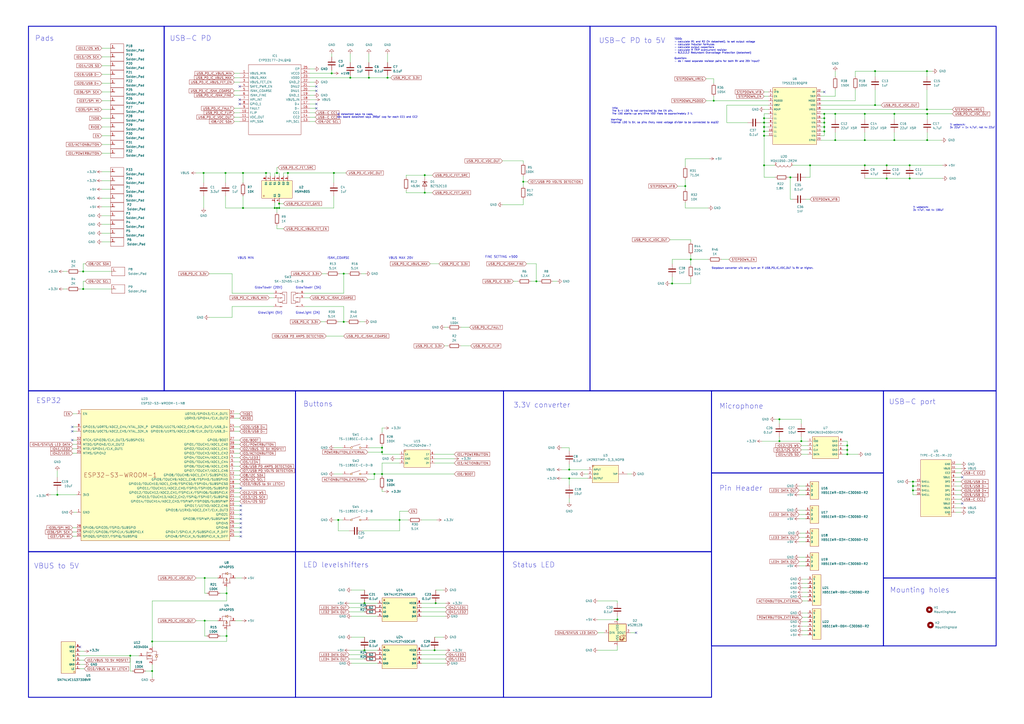
<source format=kicad_sch>
(kicad_sch (version 20230121) (generator eeschema)
  (paper "A2")
  (junction (at 464.82 255.905))
  (junction (at 443.23 76.2))
  (junction (at 529.59 284.48))
  (junction (at 491.49 263.525))
  (junction (at 231.775 301.625))
  (junction (at 224.79 45.085))
  (junction (at 400.685 150.495))
  (junction (at 48.26 167.64))
  (junction (at 213.995 45.085))
  (junction (at 507.619 60.96))
  (junction (at 88.265 389.255))
  (junction (at 193.675 100.33))
  (junction (at 478.155 76.2))
  (junction (at 159.385 120.65))
  (junction (at 330.2 277.495))
  (junction (at 154.305 100.33))
  (junction (at 507.619 41.275))
  (junction (at 48.26 157.48))
  (junction (at 452.12 243.205))
  (junction (at 518.795 81.28))
  (junction (at 414.02 58.42))
  (junction (at 75.565 380.365))
  (junction (at 491.49 260.985))
  (junction (at 389.89 164.465))
  (junction (at 501.65 81.28))
  (junction (at 140.97 120.65))
  (junction (at 529.59 279.4))
  (junction (at 443.23 78.74))
  (junction (at 537.718 63.5))
  (junction (at 484.505 66.04))
  (junction (at 478.155 71.12))
  (junction (at 161.925 120.65))
  (junction (at 529.59 281.94))
  (junction (at 537.845 66.04))
  (junction (at 118.745 335.28))
  (junction (at 118.745 360.045))
  (junction (at 527.685 95.885))
  (junction (at 203.2 45.085))
  (junction (at 160.655 120.65))
  (junction (at 458.47 102.87))
  (junction (at 303.53 105.41))
  (junction (at 221.615 274.955))
  (junction (at 192.405 42.545))
  (junction (at 537.845 81.28))
  (junction (at 358.14 359.41))
  (junction (at 246.38 101.6))
  (junction (at 514.35 95.885))
  (junction (at 167.005 100.33))
  (junction (at 452.12 255.905))
  (junction (at 196.215 301.625))
  (junction (at 478.155 73.66))
  (junction (at 252.095 377.19))
  (junction (at 160.655 100.33))
  (junction (at 514.35 103.505))
  (junction (at 131.445 344.17))
  (junction (at 537.718 41.275))
  (junction (at 501.65 66.04))
  (junction (at 478.155 68.58))
  (junction (at 443.23 71.12))
  (junction (at 161.925 118.11))
  (junction (at 211.455 377.19))
  (junction (at 478.155 66.04))
  (junction (at 221.615 262.255))
  (junction (at 443.23 68.58))
  (junction (at 118.11 100.33))
  (junction (at 199.39 186.69))
  (junction (at 443.23 73.66))
  (junction (at 469.9 95.885))
  (junction (at 140.97 100.33))
  (junction (at 527.685 103.505))
  (junction (at 443.23 95.885))
  (junction (at 131.445 368.935))
  (junction (at 330.2 272.415))
  (junction (at 311.15 163.195))
  (junction (at 501.65 95.885))
  (junction (at 252.73 349.885))
  (junction (at 518.795 66.04))
  (junction (at 397.51 107.95))
  (junction (at 246.38 111.76))
  (junction (at 211.455 349.885))
  (junction (at 491.49 258.445))
  (junction (at 199.39 158.75))
  (junction (at 130.81 100.33))
  (junction (at 221.615 259.715))
  (junction (at 484.505 81.28))
  (junction (at 88.265 372.11))
  (junction (at 217.17 274.955))
  (junction (at 33.274 287.02))
  (no_connect (at 558.165 276.86))
  (no_connect (at 46.355 375.285))
  (no_connect (at 139.7 293.37))
  (no_connect (at 139.7 283.21))
  (no_connect (at 368.935 367.03))
  (no_connect (at 139.7 295.91))
  (no_connect (at 183.515 52.705))
  (no_connect (at 139.065 50.165))
  (no_connect (at 139.7 308.61))
  (no_connect (at 558.165 292.1))
  (no_connect (at 139.065 57.785))
  (no_connect (at 41.91 247.65))
  (no_connect (at 139.7 300.99))
  (no_connect (at 41.91 250.19))
  (no_connect (at 139.065 60.325))
  (no_connect (at 183.515 60.325))
  (no_connect (at 41.91 255.27))
  (no_connect (at 183.515 62.865))
  (no_connect (at 183.515 50.165))
  (no_connect (at 139.7 303.53))
  (no_connect (at 139.7 306.07))
  (no_connect (at 478.155 53.34))
  (no_connect (at 139.7 298.45))
  (no_connect (at 139.7 311.15))
  (wire (pts (xy 397.51 104.14) (xy 397.51 107.95)))
  (wire (pts (xy 192.405 31.115) (xy 192.405 33.02)))
  (wire (pts (xy 358.14 357.505) (xy 358.14 359.41)))
  (wire (pts (xy 478.155 53.34) (xy 476.25 53.34)))
  (wire (pts (xy 469.9 115.57) (xy 467.36 115.57)))
  (wire (pts (xy 135.89 62.865) (xy 139.065 62.865)))
  (wire (pts (xy 257.81 200.66) (xy 259.715 200.66)))
  (wire (pts (xy 363.855 274.955) (xy 366.395 274.955)))
  (wire (pts (xy 484.505 52.07) (xy 484.505 55.88)))
  (wire (pts (xy 44.45 306.07) (xy 42.164 306.07)))
  (wire (pts (xy 231.775 296.545) (xy 236.855 296.545)))
  (wire (pts (xy 529.59 279.4) (xy 529.59 281.94)))
  (wire (pts (xy 113.665 335.28) (xy 118.745 335.28)))
  (wire (pts (xy 303.53 105.41) (xy 306.07 105.41)))
  (wire (pts (xy 244.475 377.19) (xy 252.095 377.19)))
  (wire (pts (xy 252.095 369.57) (xy 257.175 369.57)))
  (wire (pts (xy 389.89 150.495) (xy 400.685 150.495)))
  (wire (pts (xy 558.165 276.86) (xy 554.355 276.86)))
  (wire (pts (xy 537.845 66.04) (xy 552.45 66.04)))
  (wire (pts (xy 208.915 186.69) (xy 211.455 186.69)))
  (wire (pts (xy 156.21 172.72) (xy 158.75 172.72)))
  (wire (pts (xy 330.2 259.715) (xy 330.2 261.62)))
  (wire (pts (xy 346.71 377.19) (xy 358.14 377.19)))
  (wire (pts (xy 397.51 92.075) (xy 397.51 96.52)))
  (wire (pts (xy 59.055 114.935) (xy 64.135 114.935)))
  (wire (pts (xy 59.055 68.58) (xy 64.135 68.58)))
  (wire (pts (xy 221.615 262.255) (xy 221.615 263.525)))
  (wire (pts (xy 131.445 340.36) (xy 131.445 344.17)))
  (wire (pts (xy 179.705 70.485) (xy 182.88 70.485)))
  (wire (pts (xy 135.89 52.705) (xy 139.065 52.705)))
  (wire (pts (xy 154.305 100.33) (xy 154.305 102.235)))
  (wire (pts (xy 491.49 255.905) (xy 491.49 258.445)))
  (wire (pts (xy 501.65 103.505) (xy 514.35 103.505)))
  (wire (pts (xy 139.7 295.91) (xy 135.89 295.91)))
  (wire (pts (xy 501.65 66.04) (xy 484.505 66.04)))
  (wire (pts (xy 346.71 367.03) (xy 350.52 367.03)))
  (wire (pts (xy 400.685 150.495) (xy 400.685 147.955)))
  (wire (pts (xy 59.055 33.02) (xy 64.135 33.02)))
  (wire (pts (xy 222.885 285.115) (xy 221.615 285.115)))
  (wire (pts (xy 113.665 360.045) (xy 118.745 360.045)))
  (wire (pts (xy 139.065 257.81) (xy 135.89 257.81)))
  (wire (pts (xy 211.455 369.57) (xy 203.835 369.57)))
  (wire (pts (xy 193.675 120.65) (xy 161.925 120.65)))
  (wire (pts (xy 252.095 266.065) (xy 263.525 266.065)))
  (wire (pts (xy 393.065 107.95) (xy 397.51 107.95)))
  (wire (pts (xy 127.635 344.17) (xy 131.445 344.17)))
  (wire (pts (xy 531.495 287.02) (xy 529.59 287.02)))
  (wire (pts (xy 443.23 71.12) (xy 445.77 71.12)))
  (wire (pts (xy 139.065 267.97) (xy 135.89 267.97)))
  (wire (pts (xy 48.26 157.48) (xy 64.77 157.48)))
  (wire (pts (xy 226.695 45.085) (xy 224.79 45.085)))
  (wire (pts (xy 139.7 300.99) (xy 135.89 300.99)))
  (wire (pts (xy 469.9 95.885) (xy 501.65 95.885)))
  (wire (pts (xy 388.62 139.065) (xy 400.685 139.065)))
  (wire (pts (xy 476.25 58.42) (xy 496.189 58.42)))
  (wire (pts (xy 33.274 284.48) (xy 33.274 287.02)))
  (wire (pts (xy 488.95 263.525) (xy 491.49 263.525)))
  (wire (pts (xy 330.2 272.415) (xy 340.995 272.415)))
  (wire (pts (xy 484.505 76.835) (xy 484.505 81.28)))
  (wire (pts (xy 213.36 278.13) (xy 217.17 278.13)))
  (wire (pts (xy 235.585 111.76) (xy 246.38 111.76)))
  (wire (pts (xy 518.795 81.28) (xy 537.845 81.28)))
  (wire (pts (xy 452.12 243.205) (xy 449.58 243.205)))
  (wire (pts (xy 164.465 102.235) (xy 164.465 100.33)))
  (wire (pts (xy 325.755 277.495) (xy 330.2 277.495)))
  (wire (pts (xy 484.505 41.275) (xy 484.505 44.45)))
  (wire (pts (xy 443.23 55.88) (xy 445.77 55.88)))
  (wire (pts (xy 463.55 328.295) (xy 467.36 328.295)))
  (wire (pts (xy 488.95 258.445) (xy 491.49 258.445)))
  (wire (pts (xy 244.475 384.81) (xy 258.445 384.81)))
  (wire (pts (xy 246.38 102.87) (xy 246.38 101.6)))
  (wire (pts (xy 135.89 270.51) (xy 139.065 270.51)))
  (wire (pts (xy 42.164 240.03) (xy 44.45 240.03)))
  (wire (pts (xy 229.235 266.065) (xy 231.775 266.065)))
  (wire (pts (xy 400.685 150.495) (xy 400.685 153.67)))
  (wire (pts (xy 139.065 255.27) (xy 135.89 255.27)))
  (wire (pts (xy 411.48 92.075) (xy 397.51 92.075)))
  (wire (pts (xy 88.265 385.445) (xy 88.265 389.255)))
  (wire (pts (xy 76.835 389.255) (xy 75.565 389.255)))
  (wire (pts (xy 88.265 348.615) (xy 88.265 372.11)))
  (wire (pts (xy 476.25 66.04) (xy 478.155 66.04)))
  (wire (pts (xy 464.82 260.985) (xy 468.63 260.985)))
  (wire (pts (xy 305.435 153.035) (xy 311.15 153.035)))
  (wire (pts (xy 235.585 101.6) (xy 246.38 101.6)))
  (wire (pts (xy 186.69 158.75) (xy 189.23 158.75)))
  (wire (pts (xy 118.745 335.28) (xy 126.365 335.28)))
  (wire (pts (xy 199.39 170.18) (xy 199.39 158.75)))
  (wire (pts (xy 41.91 250.19) (xy 44.45 250.19)))
  (wire (pts (xy 213.995 45.085) (xy 224.79 45.085)))
  (wire (pts (xy 291.465 118.745) (xy 303.53 118.745)))
  (wire (pts (xy 514.35 103.505) (xy 527.685 103.505)))
  (wire (pts (xy 231.775 301.625) (xy 231.775 307.975)))
  (wire (pts (xy 484.505 66.04) (xy 484.505 69.215)))
  (wire (pts (xy 491.49 263.525) (xy 497.84 263.525)))
  (wire (pts (xy 465.455 343.535) (xy 468.63 343.535)))
  (wire (pts (xy 529.59 284.48) (xy 529.59 287.02)))
  (wire (pts (xy 199.39 177.8) (xy 199.39 186.69)))
  (wire (pts (xy 213.995 301.625) (xy 231.775 301.625)))
  (wire (pts (xy 467.36 102.87) (xy 469.9 102.87)))
  (wire (pts (xy 465.455 365.76) (xy 468.63 365.76)))
  (wire (pts (xy 221.615 274.955) (xy 221.615 268.605)))
  (wire (pts (xy 134.62 170.18) (xy 158.75 170.18)))
  (wire (pts (xy 537.845 69.215) (xy 537.845 66.04)))
  (wire (pts (xy 202.565 354.965) (xy 211.455 354.965)))
  (wire (pts (xy 160.655 130.81) (xy 160.655 132.715)))
  (wire (pts (xy 139.065 275.59) (xy 135.89 275.59)))
  (wire (pts (xy 414.02 58.42) (xy 445.77 58.42)))
  (wire (pts (xy 139.7 308.61) (xy 135.89 308.61)))
  (wire (pts (xy 159.385 120.65) (xy 160.655 120.65)))
  (wire (pts (xy 179.705 45.085) (xy 203.2 45.085)))
  (wire (pts (xy 224.79 31.115) (xy 224.79 36.195)))
  (wire (pts (xy 189.23 194.945) (xy 199.39 194.945)))
  (wire (pts (xy 557.53 279.4) (xy 554.355 279.4)))
  (wire (pts (xy 507.619 44.45) (xy 507.619 41.275)))
  (wire (pts (xy 244.475 382.27) (xy 258.445 382.27)))
  (wire (pts (xy 236.855 301.625) (xy 231.775 301.625)))
  (wire (pts (xy 368.935 367.03) (xy 365.76 367.03)))
  (wire (pts (xy 118.11 113.665) (xy 118.11 120.65)))
  (wire (pts (xy 557.53 269.24) (xy 554.355 269.24)))
  (wire (pts (xy 161.925 102.235) (xy 161.925 100.33)))
  (wire (pts (xy 139.7 293.37) (xy 135.89 293.37)))
  (wire (pts (xy 59.055 83.82) (xy 64.135 83.82)))
  (wire (pts (xy 465.455 358.14) (xy 468.63 358.14)))
  (wire (pts (xy 463.55 284.48) (xy 467.36 284.48)))
  (wire (pts (xy 463.55 311.785) (xy 467.36 311.785)))
  (wire (pts (xy 159.385 117.475) (xy 159.385 120.65)))
  (wire (pts (xy 33.274 273.05) (xy 33.274 276.86)))
  (wire (pts (xy 193.675 259.715) (xy 198.755 259.715)))
  (wire (pts (xy 320.675 163.195) (xy 323.215 163.195)))
  (wire (pts (xy 140.97 100.33) (xy 154.305 100.33)))
  (wire (pts (xy 221.615 274.955) (xy 263.525 274.955)))
  (wire (pts (xy 213.36 262.255) (xy 221.615 262.255)))
  (wire (pts (xy 118.745 344.17) (xy 118.745 335.28)))
  (wire (pts (xy 291.465 93.345) (xy 303.53 93.345)))
  (wire (pts (xy 458.47 115.57) (xy 459.74 115.57)))
  (wire (pts (xy 478.155 68.58) (xy 478.155 66.04)))
  (wire (pts (xy 156.845 102.235) (xy 156.845 100.33)))
  (wire (pts (xy 410.845 150.495) (xy 400.685 150.495)))
  (wire (pts (xy 118.745 360.045) (xy 126.365 360.045)))
  (wire (pts (xy 202.565 377.19) (xy 211.455 377.19)))
  (wire (pts (xy 414.02 55.88) (xy 414.02 58.42)))
  (wire (pts (xy 139.065 285.75) (xy 135.89 285.75)))
  (wire (pts (xy 452.12 255.905) (xy 464.82 255.905)))
  (wire (pts (xy 88.265 348.615) (xy 131.445 348.615)))
  (wire (pts (xy 452.12 243.205) (xy 464.82 243.205)))
  (wire (pts (xy 113.665 100.33) (xy 118.11 100.33)))
  (wire (pts (xy 156.845 100.33) (xy 154.305 100.33)))
  (wire (pts (xy 135.89 47.625) (xy 139.065 47.625)))
  (wire (pts (xy 358.14 348.615) (xy 358.14 349.885)))
  (wire (pts (xy 202.565 379.73) (xy 211.455 379.73)))
  (wire (pts (xy 252.73 349.885) (xy 258.445 349.885)))
  (wire (pts (xy 537.718 41.275) (xy 537.718 44.45)))
  (wire (pts (xy 459.74 102.87) (xy 458.47 102.87)))
  (wire (pts (xy 213.995 274.955) (xy 217.17 274.955)))
  (wire (pts (xy 496.189 44.45) (xy 496.189 41.275)))
  (wire (pts (xy 88.265 372.11) (xy 131.445 372.11)))
  (wire (pts (xy 339.09 274.955) (xy 340.995 274.955)))
  (wire (pts (xy 224.79 43.815) (xy 224.79 45.085)))
  (wire (pts (xy 221.615 263.525) (xy 231.775 263.525)))
  (wire (pts (xy 135.89 70.485) (xy 139.065 70.485)))
  (wire (pts (xy 527.685 103.505) (xy 546.735 103.505)))
  (wire (pts (xy 176.53 170.18) (xy 199.39 170.18)))
  (wire (pts (xy 518.795 69.215) (xy 518.795 66.04)))
  (wire (pts (xy 192.405 42.545) (xy 193.675 42.545)))
  (wire (pts (xy 48.26 167.64) (xy 64.77 167.64)))
  (wire (pts (xy 209.55 158.75) (xy 212.09 158.75)))
  (wire (pts (xy 59.055 88.9) (xy 64.135 88.9)))
  (wire (pts (xy 88.265 389.255) (xy 88.265 393.065)))
  (wire (pts (xy 465.455 340.995) (xy 468.63 340.995)))
  (wire (pts (xy 414.02 45.72) (xy 414.02 48.26)))
  (wire (pts (xy 121.285 158.75) (xy 134.62 158.75)))
  (wire (pts (xy 59.055 130.175) (xy 64.135 130.175)))
  (wire (pts (xy 491.49 258.445) (xy 491.49 260.985)))
  (wire (pts (xy 48.26 163.195) (xy 48.26 167.64)))
  (wire (pts (xy 235.585 110.49) (xy 235.585 111.76)))
  (wire (pts (xy 464.82 258.445) (xy 468.63 258.445)))
  (wire (pts (xy 464.82 263.525) (xy 468.63 263.525)))
  (wire (pts (xy 443.23 76.2) (xy 443.23 73.66)))
  (wire (pts (xy 476.25 55.88) (xy 484.505 55.88)))
  (wire (pts (xy 518.795 66.04) (xy 501.65 66.04)))
  (wire (pts (xy 41.91 247.65) (xy 44.45 247.65)))
  (wire (pts (xy 443.23 68.58) (xy 445.77 68.58)))
  (wire (pts (xy 179.705 55.245) (xy 182.245 55.245)))
  (wire (pts (xy 463.55 300.99) (xy 467.36 300.99)))
  (wire (pts (xy 252.095 263.525) (xy 263.525 263.525)))
  (wire (pts (xy 458.47 102.87) (xy 457.2 102.87)))
  (wire (pts (xy 196.85 158.75) (xy 199.39 158.75)))
  (wire (pts (xy 557.53 284.48) (xy 554.355 284.48)))
  (wire (pts (xy 465.455 338.455) (xy 468.63 338.455)))
  (wire (pts (xy 179.705 47.625) (xy 182.245 47.625)))
  (wire (pts (xy 59.055 135.255) (xy 64.135 135.255)))
  (wire (pts (xy 465.455 348.615) (xy 468.63 348.615)))
  (wire (pts (xy 202.565 352.425) (xy 211.455 352.425)))
  (wire (pts (xy 464.82 255.905) (xy 468.63 255.905)))
  (wire (pts (xy 496.189 58.42) (xy 496.189 52.07)))
  (wire (pts (xy 325.755 272.415) (xy 330.2 272.415)))
  (wire (pts (xy 120.015 344.17) (xy 118.745 344.17)))
  (wire (pts (xy 231.775 301.625) (xy 231.775 296.545)))
  (wire (pts (xy 59.055 63.5) (xy 64.135 63.5)))
  (wire (pts (xy 330.2 277.495) (xy 330.2 281.305)))
  (wire (pts (xy 217.17 274.955) (xy 221.615 274.955)))
  (wire (pts (xy 161.925 118.11) (xy 164.465 118.11)))
  (wire (pts (xy 131.445 368.935) (xy 131.445 372.11)))
  (wire (pts (xy 130.81 113.665) (xy 130.81 120.65)))
  (wire (pts (xy 507.619 52.07) (xy 507.619 60.96)))
  (wire (pts (xy 36.83 167.64) (xy 38.735 167.64)))
  (wire (pts (xy 59.055 48.26) (xy 64.135 48.26)))
  (wire (pts (xy 36.83 157.48) (xy 38.735 157.48)))
  (wire (pts (xy 443.23 102.87) (xy 449.58 102.87)))
  (wire (pts (xy 244.475 379.73) (xy 258.445 379.73)))
  (wire (pts (xy 139.065 260.35) (xy 135.89 260.35)))
  (wire (pts (xy 131.445 344.17) (xy 131.445 348.615)))
  (wire (pts (xy 44.45 260.35) (xy 42.164 260.35)))
  (wire (pts (xy 537.845 81.28) (xy 546.1 81.28)))
  (wire (pts (xy 443.23 95.885) (xy 449.58 95.885)))
  (wire (pts (xy 443.23 95.885) (xy 443.23 102.87)))
  (wire (pts (xy 507.619 41.275) (xy 537.718 41.275)))
  (wire (pts (xy 41.91 255.27) (xy 44.45 255.27)))
  (wire (pts (xy 311.15 163.195) (xy 313.055 163.195)))
  (wire (pts (xy 134.62 177.8) (xy 134.62 184.15)))
  (wire (pts (xy 221.615 268.605) (xy 231.775 268.605)))
  (wire (pts (xy 130.81 106.045) (xy 130.81 100.33)))
  (wire (pts (xy 397.51 117.475) (xy 397.51 120.65)))
  (wire (pts (xy 136.525 360.045) (xy 140.335 360.045)))
  (wire (pts (xy 267.335 189.865) (xy 272.415 189.865)))
  (wire (pts (xy 199.39 158.75) (xy 201.93 158.75)))
  (wire (pts (xy 531.495 279.4) (xy 529.59 279.4)))
  (wire (pts (xy 59.055 109.855) (xy 64.135 109.855)))
  (wire (pts (xy 501.65 76.835) (xy 501.65 81.28)))
  (wire (pts (xy 537.718 52.07) (xy 537.718 63.5)))
  (wire (pts (xy 389.89 160.655) (xy 389.89 164.465)))
  (wire (pts (xy 478.155 71.12) (xy 478.155 68.58)))
  (wire (pts (xy 465.455 360.68) (xy 468.63 360.68)))
  (wire (pts (xy 139.7 298.45) (xy 135.89 298.45)))
  (wire (pts (xy 527.685 95.885) (xy 546.735 95.885)))
  (wire (pts (xy 49.53 153.035) (xy 48.26 153.035)))
  (wire (pts (xy 514.35 95.885) (xy 527.685 95.885)))
  (wire (pts (xy 176.53 177.8) (xy 199.39 177.8)))
  (wire (pts (xy 400.685 139.065) (xy 400.685 140.335)))
  (wire (pts (xy 484.505 81.28) (xy 501.65 81.28)))
  (wire (pts (xy 59.055 78.74) (xy 64.135 78.74)))
  (wire (pts (xy 139.7 311.15) (xy 135.89 311.15)))
  (wire (pts (xy 488.95 260.985) (xy 491.49 260.985)))
  (wire (pts (xy 464.82 245.745) (xy 464.82 243.205)))
  (wire (pts (xy 164.465 100.33) (xy 167.005 100.33)))
  (wire (pts (xy 48.26 153.035) (xy 48.26 157.48)))
  (wire (pts (xy 44.45 311.15) (xy 42.164 311.15)))
  (wire (pts (xy 443.23 53.34) (xy 445.77 53.34)))
  (wire (pts (xy 131.445 365.125) (xy 131.445 368.935)))
  (wire (pts (xy 478.155 73.66) (xy 478.155 71.12)))
  (wire (pts (xy 558.165 292.1) (xy 554.355 292.1)))
  (wire (pts (xy 249.555 153.035) (xy 254.635 153.035)))
  (wire (pts (xy 346.71 348.615) (xy 358.14 348.615)))
  (wire (pts (xy 557.53 294.64) (xy 554.355 294.64)))
  (wire (pts (xy 400.685 164.465) (xy 389.89 164.465)))
  (wire (pts (xy 421.64 60.96) (xy 445.77 60.96)))
  (wire (pts (xy 557.53 297.18) (xy 554.355 297.18)))
  (wire (pts (xy 49.53 163.195) (xy 48.26 163.195)))
  (wire (pts (xy 182.88 67.945) (xy 179.705 67.945)))
  (wire (pts (xy 531.495 281.94) (xy 529.59 281.94)))
  (wire (pts (xy 211.455 342.265) (xy 203.835 342.265)))
  (wire (pts (xy 297.815 163.195) (xy 300.355 163.195)))
  (wire (pts (xy 193.675 100.33) (xy 200.66 100.33)))
  (wire (pts (xy 443.23 63.5) (xy 445.77 63.5)))
  (wire (pts (xy 203.2 45.085) (xy 203.2 43.815)))
  (wire (pts (xy 244.475 349.885) (xy 252.73 349.885)))
  (wire (pts (xy 459.74 95.885) (xy 469.9 95.885)))
  (wire (pts (xy 410.845 120.65) (xy 397.51 120.65)))
  (wire (pts (xy 161.29 97.155) (xy 160.655 97.155)))
  (wire (pts (xy 463.55 281.94) (xy 467.36 281.94)))
  (wire (pts (xy 213.995 43.815) (xy 213.995 45.085)))
  (wire (pts (xy 418.465 150.495) (xy 422.91 150.495)))
  (wire (pts (xy 221.615 258.445) (xy 221.615 259.715)))
  (wire (pts (xy 267.335 200.66) (xy 273.05 200.66)))
  (wire (pts (xy 325.755 259.715) (xy 330.2 259.715)))
  (wire (pts (xy 48.895 385.445) (xy 46.355 385.445)))
  (wire (pts (xy 176.53 172.72) (xy 179.705 172.72)))
  (wire (pts (xy 465.455 335.915) (xy 468.63 335.915)))
  (wire (pts (xy 252.73 342.265) (xy 257.175 342.265)))
  (wire (pts (xy 540.893 41.275) (xy 537.718 41.275)))
  (wire (pts (xy 160.655 97.155) (xy 160.655 100.33)))
  (wire (pts (xy 202.565 349.885) (xy 211.455 349.885)))
  (wire (pts (xy 193.675 274.955) (xy 198.755 274.955)))
  (wire (pts (xy 139.065 290.83) (xy 135.89 290.83)))
  (wire (pts (xy 120.015 368.935) (xy 118.745 368.935)))
  (wire (pts (xy 244.475 357.505) (xy 258.445 357.505)))
  (wire (pts (xy 252.095 268.605) (xy 263.525 268.605)))
  (wire (pts (xy 135.89 247.65) (xy 139.065 247.65)))
  (wire (pts (xy 139.7 306.07) (xy 135.89 306.07)))
  (wire (pts (xy 303.53 102.235) (xy 303.53 105.41)))
  (wire (pts (xy 161.925 100.33) (xy 160.655 100.33)))
  (wire (pts (xy 193.675 113.665) (xy 193.675 120.65)))
  (wire (pts (xy 452.12 253.365) (xy 452.12 255.905)))
  (wire (pts (xy 183.515 60.325) (xy 179.705 60.325)))
  (wire (pts (xy 135.89 67.945) (xy 139.065 67.945)))
  (wire (pts (xy 140.97 106.045) (xy 140.97 100.33)))
  (wire (pts (xy 203.835 384.81) (xy 219.075 384.81)))
  (wire (pts (xy 139.065 265.43) (xy 135.89 265.43)))
  (wire (pts (xy 33.274 287.02) (xy 44.45 287.02)))
  (wire (pts (xy 445.77 66.04) (xy 443.23 66.04)))
  (wire (pts (xy 48.26 167.64) (xy 46.355 167.64)))
  (wire (pts (xy 443.23 68.58) (xy 443.23 71.12)))
  (wire (pts (xy 59.055 58.42) (xy 64.135 58.42)))
  (wire (pts (xy 140.97 120.65) (xy 159.385 120.65)))
  (wire (pts (xy 130.81 100.33) (xy 140.97 100.33)))
  (wire (pts (xy 443.23 78.74) (xy 443.23 76.2)))
  (wire (pts (xy 192.405 42.545) (xy 192.405 40.64)))
  (wire (pts (xy 159.385 100.33) (xy 159.385 102.235)))
  (wire (pts (xy 59.055 99.695) (xy 64.135 99.695)))
  (wire (pts (xy 458.47 102.87) (xy 458.47 115.57)))
  (wire (pts (xy 358.14 359.41) (xy 346.71 359.41)))
  (wire (pts (xy 75.565 380.365) (xy 80.645 380.365)))
  (wire (pts (xy 476.25 68.58) (xy 478.155 68.58)))
  (wire (pts (xy 203.835 357.505) (xy 219.075 357.505)))
  (wire (pts (xy 221.615 248.285) (xy 222.885 248.285)))
  (wire (pts (xy 29.464 287.02) (xy 33.274 287.02)))
  (wire (pts (xy 463.55 323.215) (xy 467.36 323.215)))
  (wire (pts (xy 59.055 120.015) (xy 64.135 120.015)))
  (wire (pts (xy 130.81 120.65) (xy 140.97 120.65)))
  (wire (pts (xy 48.895 387.985) (xy 46.355 387.985)))
  (wire (pts (xy 221.615 250.825) (xy 221.615 248.285)))
  (wire (pts (xy 501.65 69.215) (xy 501.65 66.04)))
  (wire (pts (xy 134.62 184.15) (xy 121.285 184.15)))
  (wire (pts (xy 135.89 45.085) (xy 139.065 45.085)))
  (wire (pts (xy 135.89 280.67) (xy 139.065 280.67)))
  (wire (pts (xy 183.515 52.705) (xy 179.705 52.705)))
  (wire (pts (xy 476.25 73.66) (xy 478.155 73.66)))
  (wire (pts (xy 246.38 111.76) (xy 246.38 110.49)))
  (wire (pts (xy 203.2 31.115) (xy 203.2 36.195)))
  (wire (pts (xy 203.2 45.085) (xy 213.995 45.085)))
  (wire (pts (xy 135.89 55.245) (xy 139.065 55.245)))
  (wire (pts (xy 48.895 382.905) (xy 46.355 382.905)))
  (wire (pts (xy 140.97 113.665) (xy 140.97 120.65)))
  (wire (pts (xy 358.14 377.19) (xy 358.14 374.65)))
  (wire (pts (xy 167.005 100.33) (xy 167.005 102.235)))
  (wire (pts (xy 557.53 274.32) (xy 554.355 274.32)))
  (wire (pts (xy 463.55 298.45) (xy 467.36 298.45)))
  (wire (pts (xy 476.25 76.2) (xy 478.155 76.2)))
  (wire (pts (xy 164.465 132.715) (xy 160.655 132.715)))
  (wire (pts (xy 488.95 255.905) (xy 491.49 255.905)))
  (wire (pts (xy 199.39 186.69) (xy 201.295 186.69)))
  (wire (pts (xy 59.055 125.095) (xy 64.135 125.095)))
  (wire (pts (xy 118.11 100.33) (xy 118.11 106.045)))
  (wire (pts (xy 445.77 76.2) (xy 443.23 76.2)))
  (wire (pts (xy 397.51 107.95) (xy 397.51 109.855)))
  (wire (pts (xy 202.565 382.27) (xy 211.455 382.27)))
  (wire (pts (xy 464.82 253.365) (xy 464.82 255.905)))
  (wire (pts (xy 557.53 271.78) (xy 554.355 271.78)))
  (wire (pts (xy 59.055 38.1) (xy 64.135 38.1)))
  (wire (pts (xy 529.59 281.94) (xy 529.59 284.48)))
  (wire (pts (xy 213.995 259.715) (xy 221.615 259.715)))
  (wire (pts (xy 537.845 76.835) (xy 537.845 81.28)))
  (wire (pts (xy 557.53 287.02) (xy 554.355 287.02)))
  (wire (pts (xy 557.53 289.56) (xy 554.355 289.56)))
  (wire (pts (xy 507.619 60.96) (xy 511.175 60.96)))
  (wire (pts (xy 246.38 101.6) (xy 250.825 101.6)))
  (wire (pts (xy 303.53 93.345) (xy 303.53 94.615)))
  (wire (pts (xy 196.215 186.69) (xy 199.39 186.69)))
  (wire (pts (xy 478.155 78.74) (xy 478.155 76.2)))
  (wire (pts (xy 311.15 153.035) (xy 311.15 163.195)))
  (wire (pts (xy 389.89 164.465) (xy 388.62 164.465)))
  (wire (pts (xy 160.655 120.65) (xy 161.925 120.65)))
  (wire (pts (xy 139.065 262.89) (xy 135.89 262.89)))
  (wire (pts (xy 135.89 250.19) (xy 139.065 250.19)))
  (wire (pts (xy 252.095 377.19) (xy 258.445 377.19)))
  (wire (pts (xy 44.45 262.89) (xy 42.164 262.89)))
  (wire (pts (xy 135.89 65.405) (xy 139.065 65.405)))
  (wire (pts (xy 161.925 118.11) (xy 161.925 120.65)))
  (wire (pts (xy 179.705 42.545) (xy 192.405 42.545)))
  (wire (pts (xy 183.515 62.865) (xy 179.705 62.865)))
  (wire (pts (xy 330.2 269.24) (xy 330.2 272.415)))
  (wire (pts (xy 161.925 118.11) (xy 161.925 117.475)))
  (wire (pts (xy 158.75 177.8) (xy 134.62 177.8)))
  (wire (pts (xy 303.53 105.41) (xy 303.53 107.95)))
  (wire (pts (xy 217.17 278.13) (xy 217.17 274.955)))
  (wire (pts (xy 183.515 50.165) (xy 179.705 50.165)))
  (wire (pts (xy 463.55 287.02) (xy 467.36 287.02)))
  (wire (pts (xy 464.185 309.245) (xy 467.36 309.245)))
  (wire (pts (xy 531.495 284.48) (xy 529.59 284.48)))
  (wire (pts (xy 221.615 259.715) (xy 221.615 262.255)))
  (wire (pts (xy 445.77 78.74) (xy 443.23 78.74)))
  (wire (pts (xy 476.25 81.28) (xy 484.505 81.28)))
  (wire (pts (xy 42.799 297.18) (xy 44.45 297.18)))
  (wire (pts (xy 244.475 354.965) (xy 258.445 354.965)))
  (wire (pts (xy 463.55 314.325) (xy 467.36 314.325)))
  (wire (pts (xy 193.675 106.045) (xy 193.675 100.33)))
  (wire (pts (xy 478.155 66.04) (xy 484.505 66.04)))
  (wire (pts (xy 465.455 346.075) (xy 468.63 346.075)))
  (wire (pts (xy 469.9 102.87) (xy 469.9 95.885)))
  (wire (pts (xy 465.455 363.22) (xy 468.63 363.22)))
  (wire (pts (xy 307.975 163.195) (xy 311.15 163.195)))
  (wire (pts (xy 118.11 100.33) (xy 130.81 100.33)))
  (wire (pts (xy 135.89 42.545) (xy 139.065 42.545)))
  (wire (pts (xy 59.055 27.94) (xy 64.135 27.94)))
  (wire (pts (xy 213.995 31.115) (xy 213.995 36.195)))
  (wire (pts (xy 463.55 325.755) (xy 467.36 325.755)))
  (wire (pts (xy 59.055 104.775) (xy 64.135 104.775)))
  (wire (pts (xy 221.615 274.955) (xy 221.615 276.225)))
  (wire (pts (xy 59.055 140.335) (xy 64.135 140.335)))
  (wire (pts (xy 59.055 73.66) (xy 64.135 73.66)))
  (wire (pts (xy 134.62 158.75) (xy 134.62 170.18)))
  (wire (pts (xy 193.675 301.625) (xy 196.215 301.625)))
  (wire (pts (xy 48.895 377.825) (xy 46.355 377.825)))
  (wire (pts (xy 44.45 308.61) (xy 42.164 308.61)))
  (wire (pts (xy 167.005 100.33) (xy 193.675 100.33)))
  (wire (pts (xy 210.185 307.975) (xy 231.775 307.975)))
  (wire (pts (xy 59.055 53.34) (xy 64.135 53.34)))
  (wire (pts (xy 330.2 288.925) (xy 330.2 291.465)))
  (wire (pts (xy 330.2 277.495) (xy 340.995 277.495)))
  (wire (pts (xy 235.585 102.87) (xy 235.585 101.6)))
  (wire (pts (xy 250.825 111.76) (xy 246.38 111.76)))
  (wire (pts (xy 84.455 389.255) (xy 88.265 389.255)))
  (wire (pts (xy 139.7 283.21) (xy 135.89 283.21)))
  (wire (pts (xy 303.53 115.57) (xy 303.53 118.745)))
  (wire (pts (xy 389.89 153.035) (xy 389.89 150.495)))
  (wire (pts (xy 491.49 260.985) (xy 491.49 263.525)))
  (wire (pts (xy 244.475 352.425) (xy 258.445 352.425)))
  (wire (pts (xy 244.475 301.625) (xy 253.365 301.625)))
  (wire (pts (xy 139.065 240.03) (xy 135.89 240.03)))
  (wire (pts (xy 463.55 295.91) (xy 467.36 295.91)))
  (wire (pts (xy 118.745 368.935) (xy 118.745 360.045)))
  (wire (pts (xy 496.189 41.275) (xy 507.619 41.275)))
  (wire (pts (xy 518.795 66.04) (xy 537.845 66.04)))
  (wire (pts (xy 88.265 372.11) (xy 88.265 375.285)))
  (wire (pts (xy 179.705 57.785) (xy 182.88 57.785)))
  (wire (pts (xy 46.355 380.365) (xy 75.565 380.365)))
  (wire (pts (xy 441.325 71.12) (xy 443.23 71.12)))
  (wire (pts (xy 476.25 60.96) (xy 507.619 60.96)))
  (wire (pts (xy 478.155 76.2) (xy 478.155 73.66)))
  (wire (pts (xy 476.25 71.12) (xy 478.155 71.12)))
  (wire (pts (xy 518.795 76.835) (xy 518.795 81.28)))
  (wire (pts (xy 139.7 303.53) (xy 135.89 303.53)))
  (wire (pts (xy 452.12 245.745) (xy 452.12 243.205)))
  (wire (pts (xy 537.718 63.5) (xy 552.45 63.5)))
  (wire (pts (xy 202.565 307.975) (xy 196.215 307.975)))
  (wire (pts (xy 400.685 161.29) (xy 400.685 164.465)))
  (wire (pts (xy 139.065 242.57) (xy 135.89 242.57)))
  (wire (pts (xy 529.59 279.4) (xy 527.685 279.4)))
  (wire (pts (xy 476.25 63.5) (xy 537.718 63.5)))
  (wire (pts (xy 139.065 273.05) (xy 135.89 273.05)))
  (wire (pts (xy 409.575 45.72) (xy 414.02 45.72)))
  (wire (pts (xy 221.615 285.115) (xy 221.615 283.845)))
  (wire (pts (xy 196.215 301.625) (xy 198.755 301.625)))
  (wire (pts (xy 421.64 71.12) (xy 433.705 71.12)))
  (wire (pts (xy 75.565 389.255) (xy 75.565 380.365)))
  (wire (pts (xy 409.575 58.42) (xy 414.02 58.42)))
  (wire (pts (xy 59.055 43.18) (xy 64.135 43.18)))
  (wire (pts (xy 443.23 78.74) (xy 443.23 95.885)))
  (wire (pts (xy 257.81 189.865) (xy 259.715 189.865)))
  (wire (pts (xy 441.96 255.905) (xy 452.12 255.905)))
  (wire (pts (xy 160.655 123.19) (xy 160.655 120.65)))
  (wire (pts (xy 48.26 157.48) (xy 46.355 157.48)))
  (wire (pts (xy 501.65 81.28) (xy 518.795 81.28)))
  (wire (pts (xy 421.64 60.96) (xy 421.64 71.12)))
  (wire (pts (xy 139.065 288.29) (xy 135.89 288.29)))
  (wire (pts (xy 501.65 95.885) (xy 514.35 95.885)))
  (wire (pts (xy 196.215 307.975) (xy 196.215 301.625)))
  (wire (pts (xy 160.655 100.33) (xy 159.385 100.33)))
  (wire (pts (xy 476.25 78.74) (xy 478.155 78.74)))
  (wire (pts (xy 127.635 368.935) (xy 131.445 368.935)))
  (wire (pts (xy 44.45 257.81) (xy 42.164 257.81)))
  (wire (pts (xy 211.455 377.19) (xy 219.075 377.19)))
  (wire (pts (xy 465.455 368.3) (xy 468.63 368.3)))
  (wire (pts (xy 465.455 355.6) (xy 468.63 355.6)))
  (wire (pts (xy 445.77 73.66) (xy 443.23 73.66)))
  (wire (pts (xy 443.23 71.12) (xy 443.23 73.66)))
  (wire (pts (xy 139.065 278.13) (xy 135.89 278.13)))
  (wire (pts (xy 136.525 335.28) (xy 140.335 335.28)))
  (wire (pts (xy 186.055 186.69) (xy 188.595 186.69)))
  (wire (pts (xy 557.53 281.94) (xy 554.355 281.94)))
  (wire (pts (xy 179.705 40.005) (xy 182.245 40.005)))
  (wire (pts (xy 443.23 66.04) (xy 443.23 68.58)))
  (wire (pts (xy 211.455 349.885) (xy 219.075 349.885)))
  (wire (pts (xy 182.88 65.405) (xy 179.705 65.405)))
  (rectangle (start 412.75 226.695) (end 512.445 274.32) (stroke (width 0.5)))
  (rectangle (start 342.265 15.24) (end 577.85 226.695) (stroke (width 0.5)))
  (rectangle (start 16.51 226.695) (end 171.45 320.04) (stroke (width 0.5)))
  (rectangle (start 512.445 226.695) (end 577.85 335.28) (stroke (width 0.5)))
  (rectangle (start 16.51 15.24) (end 95.25 226.695) (stroke (width 0.5)))
  (rectangle (start 95.25 15.24) (end 342.265 226.695) (stroke (width 0.5)))
  (rectangle (start 292.1 226.695) (end 412.75 320.04) (stroke (width 0.5)))
  (rectangle (start 171.45 320.04) (end 292.1 404.495) (stroke (width 0.5)))
  (rectangle (start 171.45 226.695) (end 292.1 320.04) (stroke (width 0.5)))
  (rectangle (start 292.1 320.04) (end 412.75 404.495) (stroke (width 0.5)))
  (rectangle (start 512.445 335.28) (end 577.85 374.65) (stroke (width 0.5)))
  (rectangle (start 16.51 320.04) (end 171.45 404.495) (stroke (width 0.5)))
  (rectangle (start 412.75 274.32) (end 512.445 374.65) (stroke (width 0.5)))
  (text "Status LED" (at 297.18 329.565 0) (effects (font (size 3 3)) (justify left bottom)))
  (text "Info:\nThe 5-V LDO is not controlled by the EN pin. \nThe LDO starts-up any time VDD rises to approximately 2 V." (at 354.965 66.675 0) (effects (font (size 1 1)) (justify left bottom)))
  (text "LED levelshifters" (at 175.895 329.565 0) (effects (font (size 3 3)) (justify left bottom)))
  (text "Buttons" (at 175.895 236.22 0) (effects (font (size 3 3)) (justify left bottom)))
  (text "3.3V converter" (at 297.815 236.855 0) (effects (font (size 3 3)) (justify left bottom)))
  (text "TI webench:\n3x 47uF, not 4x 100uF" (at 529.59 122.555 0) (effects (font (size 1 1)) (justify left bottom)))
  (text "USB-C port" (at 515.62 234.95 0) (effects (font (size 3 3)) (justify left bottom)))
  (text "VBUS MAX 20V" (at 225.425 150.495 0) (effects (font (size 1.27 1.27)) (justify left bottom)))
  (text "ESP32" (at 20.955 234.315 0) (effects (font (size 3 3)) (justify left bottom)))
  (text "GlowTower (3A)" (at 171.45 167.64 0) (effects (font (size 1.27 1.27)) (justify left bottom)))
  (text "GlowLight (5V)" (at 163.83 182.245 0) (effects (font (size 1.27 1.27)) (justify right bottom)))
  (text "Pin Header" (at 417.195 285.115 0) (effects (font (size 3 3)) (justify left bottom)))
  (text "VBUS to 5V" (at 19.685 330.2 0) (effects (font (size 3 3)) (justify left bottom)))
  (text "VBUS MIN" (at 137.795 150.495 0) (effects (font (size 1.27 1.27)) (justify left bottom)))
  (text "USB-C PD" (at 98.425 24.13 0) (effects (font (size 3 3)) (justify left bottom)))
  (text "GlowTower (20V)" (at 163.83 167.64 0) (effects (font (size 1.27 1.27)) (justify right bottom)))
  (text "USB-C PD to 5V" (at 347.345 25.4 0) (effects (font (size 3 3)) (justify left bottom)))
  (text "FINE SETTING +500" (at 281.305 149.86 0) (effects (font (size 1.27 1.27)) (justify left bottom)))
  (text "TI webench:\n3x 22uF + 1x 4.7uF, not 4x 22uF" (at 550.926 74.676 0) (effects (font (size 1 1)) (justify left bottom)))
  (text "TODO:\n- calculate R1 and R2 (in datasheet), to set output voltage\n- calculate inductor formulas\n- calculate output capacitors\n- calculate R TRIP overcurrent resistor\n- 9.2.2.2.2 Redundant Overvoltage Protection (datasheet)\n\nQuestion:\n- do I need separate resistor pairs for both 9V and 20V input?" (at 391.16 36.195 0) (effects (font (size 1 1)) (justify left bottom)))
  (text "Stepdown converter will only turn on if USB_PD_IC_VDC_OUT is 9V or higher." (at 412.75 156.21 0) (effects (font (size 1 1)) (justify left bottom)))
  (text "Pads" (at 20.32 24.13 0) (effects (font (size 3 3)) (justify left bottom)))
  (text "Microphone" (at 417.195 237.49 0) (effects (font (size 3 3)) (justify left bottom)))
  (text "IC datasheet says no caps, \ndev board datasheet says 390pF cap for each CC1 and CC2" (at 195.58 68.58 0) (effects (font (size 1 1)) (justify left bottom)))
  (text "ISNK_COARSE" (at 189.865 150.495 0) (effects (font (size 1.27 1.27)) (justify left bottom)))
  (text "Warning:\ninternal LDO is 5V, so pins likely need voltage divider to be connected to esp32" (at 354.33 71.755 0) (effects (font (size 1 1)) (justify left bottom)))
  (text "Mounting holes" (at 516.255 344.17 0) (effects (font (size 3 3)) (justify left bottom)))
  (text "GlowLight (2A)" (at 171.45 182.245 0) (effects (font (size 1.27 1.27)) (justify left bottom)))
  (global_label "USB-C CC2" (shape input) (at 557.53 274.32 0) (property "Intersheetrefs" "${INTERSHEET_REFS}" (effects hide)))
  (global_label "IO14{slash}I2S SD" (shape input) (at 139.065 290.83 0) (property "Intersheetrefs" "${INTERSHEET_REFS}" (effects hide)))
  (global_label "STEPDOWN_EN" (shape input) (at 443.23 55.88 180) (property "Intersheetrefs" "${INTERSHEET_REFS}" (effects hide)))
  (global_label "STEPDOWN_VFB" (shape input) (at 469.9 115.57 0) (property "Intersheetrefs" "${INTERSHEET_REFS}" (effects hide)))
  (global_label "IO19{slash}USB D-" (shape input) (at 59.055 43.18 180) (property "Intersheetrefs" "${INTERSHEET_REFS}" (effects hide)))
  (global_label "IO3{slash}ACTIONBUTTON" (shape input) (at 59.055 83.82 180) (property "Intersheetrefs" "${INTERSHEET_REFS}" (effects hide)))
  (global_label "TXD0" (shape input) (at 59.055 68.58 180) (property "Intersheetrefs" "${INTERSHEET_REFS}" (effects hide)))
  (global_label "IO1{slash}POWERBUTTON" (shape input) (at 263.525 263.525 0) (property "Intersheetrefs" "${INTERSHEET_REFS}" (effects hide)))
  (global_label "USB_PD_IC_FAULT" (shape input) (at 135.89 62.865 180) (property "Intersheetrefs" "${INTERSHEET_REFS}" (effects hide)))
  (global_label "USB_PD_IC_FAULT" (shape input) (at 272.415 189.865 0) (property "Intersheetrefs" "${INTERSHEET_REFS}" (effects hide)))
  (global_label "IO4{slash}LED3" (shape input) (at 258.445 379.73 0) (property "Intersheetrefs" "${INTERSHEET_REFS}" (effects hide)))
  (global_label "USB_PD_IC_VDC_OUT" (shape input) (at 388.62 139.065 180) (property "Intersheetrefs" "${INTERSHEET_REFS}" (effects hide)))
  (global_label "IO7{slash}USB PD VOLTS DETECTION" (shape input) (at 139.065 273.05 0) (property "Intersheetrefs" "${INTERSHEET_REFS}" (effects hide)))
  (global_label "IO19{slash}USB D-" (shape input) (at 557.53 287.02 0) (property "Intersheetrefs" "${INTERSHEET_REFS}" (effects hide)))
  (global_label "IO10{slash}VBUS to 5V LETCH" (shape input) (at 48.895 387.985 0) (property "Intersheetrefs" "${INTERSHEET_REFS}" (effects hide)))
  (global_label "IO6{slash}USB PD AMPS DETECTION" (shape input) (at 139.065 270.51 0) (property "Intersheetrefs" "${INTERSHEET_REFS}" (effects hide)))
  (global_label "USB_PD_IC_VDC_OUT" (shape input) (at 113.665 360.045 180) (property "Intersheetrefs" "${INTERSHEET_REFS}" (effects hide)))
  (global_label "USB_PD_IC_ISNK_FINE" (shape input) (at 135.89 55.245 180) (property "Intersheetrefs" "${INTERSHEET_REFS}" (effects hide)))
  (global_label "USB_PD_IC_VDC_OUT" (shape input) (at 200.66 100.33 0) (property "Intersheetrefs" "${INTERSHEET_REFS}" (effects hide)))
  (global_label "IO9{slash}I2C SCL" (shape input) (at 139.065 278.13 0) (property "Intersheetrefs" "${INTERSHEET_REFS}" (effects hide)))
  (global_label "USB_PD_IC_VBUS_MAX" (shape input) (at 135.89 45.085 180) (property "Intersheetrefs" "${INTERSHEET_REFS}" (effects hide)))
  (global_label "IO13{slash}I2S SCK" (shape input) (at 139.065 288.29 0) (property "Intersheetrefs" "${INTERSHEET_REFS}" (effects hide)))
  (global_label "USB-C CC1" (shape input) (at 182.88 65.405 0) (property "Intersheetrefs" "${INTERSHEET_REFS}" (effects hide)))
  (global_label "IO3{slash}ACTIONBUTTON" (shape input) (at 139.065 262.89 0) (property "Intersheetrefs" "${INTERSHEET_REFS}" (effects hide)))
  (global_label "IO40{slash}STATUS LED DATA" (shape input) (at 42.164 257.81 180) (property "Intersheetrefs" "${INTERSHEET_REFS}" (effects hide)))
  (global_label "USB_PD_IC_VBUS_MAX" (shape input) (at 249.555 153.035 180) (property "Intersheetrefs" "${INTERSHEET_REFS}" (effects hide)))
  (global_label "IO5{slash}LED4" (shape input) (at 258.445 382.27 0) (property "Intersheetrefs" "${INTERSHEET_REFS}" (effects hide)))
  (global_label "IO4{slash}LED3" (shape input) (at 139.065 265.43 0) (property "Intersheetrefs" "${INTERSHEET_REFS}" (effects hide)))
  (global_label "USB_PD_IC 3.3V" (shape input) (at 297.815 163.195 180) (property "Intersheetrefs" "${INTERSHEET_REFS}" (effects hide)))
  (global_label "IO41{slash}LED2" (shape input) (at 42.164 260.35 180) (property "Intersheetrefs" "${INTERSHEET_REFS}" (effects hide)))
  (global_label "IO19{slash}USB D-" (shape input) (at 139.065 250.19 0) (property "Intersheetrefs" "${INTERSHEET_REFS}" (effects hide)))
  (global_label "IO5{slash}LED4" (shape input) (at 139.065 267.97 0) (property "Intersheetrefs" "${INTERSHEET_REFS}" (effects hide)))
  (global_label "TXD0" (shape input) (at 139.065 240.03 0) (property "Intersheetrefs" "${INTERSHEET_REFS}" (effects hide)))
  (global_label "STEPDOWN_VFB" (shape input) (at 443.23 53.34 180) (property "Intersheetrefs" "${INTERSHEET_REFS}" (effects hide)))
  (global_label "USB-C CC1" (shape input) (at 557.53 289.56 0) (property "Intersheetrefs" "${INTERSHEET_REFS}" (effects hide)))
  (global_label "IO8{slash}I2C SDA" (shape input) (at 139.065 275.59 0) (property "Intersheetrefs" "${INTERSHEET_REFS}" (effects hide)))
  (global_label "IO13{slash}I2S SCK" (shape input) (at 59.055 33.02 180) (property "Intersheetrefs" "${INTERSHEET_REFS}" (effects hide)))
  (global_label "USB_PD_IC_VDC_OUT" (shape input) (at 135.89 67.945 180) (property "Intersheetrefs" "${INTERSHEET_REFS}" (effects hide)))
  (global_label "LED2 DATA OUT" (shape input) (at 463.55 298.45 180) (property "Intersheetrefs" "${INTERSHEET_REFS}" (effects hide)))
  (global_label "IO8{slash}I2C SDA" (shape input) (at 49.53 153.035 0) (property "Intersheetrefs" "${INTERSHEET_REFS}" (effects hide)))
  (global_label "USB_PD_IC_VDC_OUT" (shape input) (at 552.45 66.04 0) (property "Intersheetrefs" "${INTERSHEET_REFS}" (effects hide)))
  (global_label "IO13{slash}I2S SCK" (shape input) (at 464.82 260.985 180) (property "Intersheetrefs" "${INTERSHEET_REFS}" (effects hide)))
  (global_label "IO9{slash}I2C SCL" (shape input) (at 49.53 163.195 0) (property "Intersheetrefs" "${INTERSHEET_REFS}" (effects hide)))
  (global_label "IO12{slash}I2S WS" (shape input) (at 464.82 258.445 180) (property "Intersheetrefs" "${INTERSHEET_REFS}" (effects hide)))
  (global_label "IO35{slash}SPI MO" (shape input) (at 59.055 63.5 180) (property "Intersheetrefs" "${INTERSHEET_REFS}" (effects hide)))
  (global_label "IO10{slash}VBUS to 5V LETCH" (shape input) (at 139.065 280.67 0) (property "Intersheetrefs" "${INTERSHEET_REFS}" (effects hide)))
  (global_label "IO9{slash}I2C SCL" (shape input) (at 182.88 70.485 0) (property "Intersheetrefs" "${INTERSHEET_REFS}" (effects hide)))
  (global_label "IO19{slash}USB D-" (shape input) (at 557.53 281.94 0) (property "Intersheetrefs" "${INTERSHEET_REFS}" (effects hide)))
  (global_label "USB_PD_IC_VDC_OUT" (shape input) (at 291.465 93.345 180) (property "Intersheetrefs" "${INTERSHEET_REFS}" (effects hide)))
  (global_label "IO20{slash}USB D+" (shape input) (at 557.53 284.48 0) (property "Intersheetrefs" "${INTERSHEET_REFS}" (effects hide)))
  (global_label "IO3{slash}ACTIONBUTTON" (shape input) (at 263.525 268.605 0) (property "Intersheetrefs" "${INTERSHEET_REFS}" (effects hide)))
  (global_label "IO36{slash}SPI SCK" (shape input) (at 42.164 308.61 180) (property "Intersheetrefs" "${INTERSHEET_REFS}" (effects hide)))
  (global_label "IO7{slash}USB PD VOLTS DETECTION" (shape input) (at 306.07 105.41 0) (property "Intersheetrefs" "${INTERSHEET_REFS}" (effects hide)))
  (global_label "USB_PD_IC_FLIP" (shape input) (at 273.05 200.66 0) (property "Intersheetrefs" "${INTERSHEET_REFS}" (effects hide)))
  (global_label "POWERBUTTON_EXTERNAL" (shape input) (at 465.455 358.14 180) (property "Intersheetrefs" "${INTERSHEET_REFS}" (effects hide)))
  (global_label "IO37{slash}SPI MI" (shape input) (at 42.164 311.15 180) (property "Intersheetrefs" "${INTERSHEET_REFS}" (effects hide)))
  (global_label "IO41{slash}LED2" (shape input) (at 258.445 354.965 0) (property "Intersheetrefs" "${INTERSHEET_REFS}" (effects hide)))
  (global_label "USB_PD_IC_FLIP" (shape input) (at 135.89 65.405 180) (property "Intersheetrefs" "${INTERSHEET_REFS}" (effects hide)))
  (global_label "USB_PD_IC_VBUS_FET_EN" (shape input) (at 135.89 47.625 180) (property "Intersheetrefs" "${INTERSHEET_REFS}" (effects hide)))
  (global_label "USB_PD_IC 3.3V" (shape input) (at 254.635 153.035 0) (property "Intersheetrefs" "${INTERSHEET_REFS}" (effects hide)))
  (global_label "STEPDOWN_VFB" (shape input) (at 393.065 107.95 180) (property "Intersheetrefs" "${INTERSHEET_REFS}" (effects hide)))
  (global_label "IO12{slash}I2S WS" (shape input) (at 139.065 285.75 0) (property "Intersheetrefs" "${INTERSHEET_REFS}" (effects hide)))
  (global_label "IO35{slash}SPI MO" (shape input) (at 42.164 306.07 180) (property "Intersheetrefs" "${INTERSHEET_REFS}" (effects hide)))
  (global_label "IO0{slash}BOOT" (shape input) (at 263.525 274.955 0) (property "Intersheetrefs" "${INTERSHEET_REFS}" (effects hide)))
  (global_label "EN" (shape input) (at 42.164 240.03 180) (property "Intersheetrefs" "${INTERSHEET_REFS}" (effects hide)))
  (global_label "EN" (shape input) (at 236.855 296.545 0) (property "Intersheetrefs" "${INTERSHEET_REFS}" (effects hide)))
  (global_label "USB_PD_IC 3.3V" (shape input) (at 257.81 200.66 180) (property "Intersheetrefs" "${INTERSHEET_REFS}" (effects hide)))
  (global_label "IO12{slash}I2S WS" (shape input) (at 59.055 27.94 180) (property "Intersheetrefs" "${INTERSHEET_REFS}" (effects hide)))
  (global_label "IO2{slash}VBUS TO 5V MOSFET" (shape input) (at 48.895 382.905 0) (property "Intersheetrefs" "${INTERSHEET_REFS}" (effects hide)))
  (global_label "IO6{slash}USB PD AMPS DETECTION" (shape input) (at 189.23 194.945 180) (property "Intersheetrefs" "${INTERSHEET_REFS}" (effects hide)))
  (global_label "IO0{slash}BOOT" (shape input) (at 139.065 255.27 0) (property "Intersheetrefs" "${INTERSHEET_REFS}" (effects hide)))
  (global_label "LED3 DATA OUT" (shape input) (at 463.55 311.785 180) (property "Intersheetrefs" "${INTERSHEET_REFS}" (effects hide)))
  (global_label "IO14{slash}I2S SD" (shape input) (at 59.055 38.1 180) (property "Intersheetrefs" "${INTERSHEET_REFS}" (effects hide)))
  (global_label "IO1{slash}POWERBUTTON" (shape input) (at 139.065 257.81 0) (property "Intersheetrefs" "${INTERSHEET_REFS}" (effects hide)))
  (global_label "IO37{slash}SPI MI" (shape input) (at 59.055 58.42 180) (property "Intersheetrefs" "${INTERSHEET_REFS}" (effects hide)))
  (global_label "USB_PD_IC_VBUS_FET_EN" (shape input) (at 164.465 132.715 0) (property "Intersheetrefs" "${INTERSHEET_REFS}" (effects hide)))
  (global_label "USB_PD_IC_FET_GATE" (shape input) (at 250.825 111.76 0) (property "Intersheetrefs" "${INTERSHEET_REFS}" (effects hide)))
  (global_label "IO8{slash}I2C SDA" (shape input) (at 135.89 70.485 180) (property "Intersheetrefs" "${INTERSHEET_REFS}" (effects hide)))
  (global_label "IO42{slash}LED1" (shape input) (at 42.164 262.89 180) (property "Intersheetrefs" "${INTERSHEET_REFS}" (effects hide)))
  (global_label "IO2{slash}VBUS TO 5V MOSFET" (shape input) (at 139.065 260.35 0) (property "Intersheetrefs" "${INTERSHEET_REFS}" (effects hide)))
  (global_label "IO40{slash}STATUS LED DATA" (shape input) (at 346.71 367.03 180) (property "Intersheetrefs" "${INTERSHEET_REFS}" (effects hide)))
  (global_label "USB_PD_IC_FET_SRC" (shape input) (at 161.29 97.155 0) (property "Intersheetrefs" "${INTERSHEET_REFS}" (effects hide)))
  (global_label "IO20{slash}USB D+" (shape input) (at 59.055 48.26 180) (property "Intersheetrefs" "${INTERSHEET_REFS}" (effects hide)))
  (global_label "STEPDOWN_VREG" (shape input) (at 552.45 63.5 0) (property "Intersheetrefs" "${INTERSHEET_REFS}" (effects hide)))
  (global_label "USB_PD_IC_ISNK_FINE" (shape input) (at 305.435 153.035 180) (property "Intersheetrefs" "${INTERSHEET_REFS}" (effects hide)))
  (global_label "RXD0" (shape input) (at 59.055 73.66 180) (property "Intersheetrefs" "${INTERSHEET_REFS}" (effects hide)))
  (global_label "RXD0" (shape input) (at 139.065 242.57 0) (property "Intersheetrefs" "${INTERSHEET_REFS}" (effects hide)))
  (global_label "ACTIONBUTTON_EXTERNAL" (shape input) (at 465.455 348.615 180) (property "Intersheetrefs" "${INTERSHEET_REFS}" (effects hide)))
  (global_label "USB-C CC2" (shape input) (at 182.88 67.945 0) (property "Intersheetrefs" "${INTERSHEET_REFS}" (effects hide)))
  (global_label "ACTIONBUTTON_EXTERNAL" (shape input) (at 213.36 278.13 180) (property "Intersheetrefs" "${INTERSHEET_REFS}" (effects hide)))
  (global_label "USB_PD_IC_VDC_OUT" (shape input) (at 511.175 60.96 0) (property "Intersheetrefs" "${INTERSHEET_REFS}" (effects hide)))
  (global_label "STEPDOWN_VREG" (shape input) (at 409.575 45.72 180) (property "Intersheetrefs" "${INTERSHEET_REFS}" (effects hide)))
  (global_label "USB_PD_IC 3.3V" (shape input) (at 121.285 158.75 180) (property "Intersheetrefs" "${INTERSHEET_REFS}" (effects hide)))
  (global_label "LED4 DATA OUT" (shape input) (at 463.55 325.755 180) (property "Intersheetrefs" "${INTERSHEET_REFS}" (effects hide)))
  (global_label "IO20{slash}USB D+" (shape input) (at 557.53 279.4 0) (property "Intersheetrefs" "${INTERSHEET_REFS}" (effects hide)))
  (global_label "USB_PD_IC_VBUS_MIN" (shape input) (at 135.89 42.545 180) (property "Intersheetrefs" "${INTERSHEET_REFS}" (effects hide)))
  (global_label "IO1{slash}POWERBUTTON" (shape input) (at 59.055 88.9 180) (property "Intersheetrefs" "${INTERSHEET_REFS}" (effects hide)))
  (global_label "LED1 DATA OUT" (shape input) (at 202.565 352.425 180) (property "Intersheetrefs" "${INTERSHEET_REFS}" (effects hide)))
  (global_label "USB_PD_IC_ISNK_COARSE" (shape input) (at 179.705 172.72 0) (property "Intersheetrefs" "${INTERSHEET_REFS}" (effects hide)))
  (global_label "LED4 DATA OUT" (shape input) (at 202.565 382.27 180) (property "Intersheetrefs" "${INTERSHEET_REFS}" (effects hide)))
  (global_label "USB_PD_IC 3.3V" (shape input) (at 226.695 45.085 0) (property "Intersheetrefs" "${INTERSHEET_REFS}" (effects hide)))
  (global_label "USB_PD_IC_VBUS_MIN" (shape input) (at 156.21 172.72 180) (property "Intersheetrefs" "${INTERSHEET_REFS}" (effects hide)))
  (global_label "STEPDOWN_EN" (shape input) (at 422.91 150.495 0) (property "Intersheetrefs" "${INTERSHEET_REFS}" (effects hide)))
  (global_label "USB_PD_IC_ISNK_COARSE" (shape input) (at 135.89 52.705 180) (property "Intersheetrefs" "${INTERSHEET_REFS}" (effects hide)))
  (global_label "USB_PD_IC_FET_SRC" (shape input) (at 250.825 101.6 0) (property "Intersheetrefs" "${INTERSHEET_REFS}" (effects hide)))
  (global_label "USB_PD_IC_ISNK_COARSE" (shape input) (at 199.39 194.945 0) (property "Intersheetrefs" "${INTERSHEET_REFS}" (effects hide)))
  (global_label "IO14{slash}I2S SD" (shape input) (at 464.82 263.525 180) (property "Intersheetrefs" "${INTERSHEET_REFS}" (effects hide)))
  (global_label "LED3 DATA OUT" (shape input) (at 202.565 379.73 180) (property "Intersheetrefs" "${INTERSHEET_REFS}" (effects hide)))
  (global_label "LED2 DATA OUT" (shape input) (at 202.565 354.965 180) (property "Intersheetrefs" "${INTERSHEET_REFS}" (effects hide)))
  (global_label "USB_PD_IC 3.3V" (shape input) (at 186.69 158.75 180) (property "Intersheetrefs" "${INTERSHEET_REFS}" (effects hide)))
  (global_label "IO36{slash}SPI SCK" (shape input) (at 59.055 53.34 180) (property "Intersheetrefs" "${INTERSHEET_REFS}" (effects hide)))
  (global_label "USB_PD_IC_FET_GATE" (shape input) (at 164.465 118.11 0) (property "Intersheetrefs" "${INTERSHEET_REFS}" (effects hide)))
  (global_label "STEPDOWN_PGOOD" (shape input) (at 409.575 58.42 180) (property "Intersheetrefs" "${INTERSHEET_REFS}" (effects hide)))
  (global_label "EN" (shape input) (at 59.055 78.74 180) (property "Intersheetrefs" "${INTERSHEET_REFS}" (effects hide)))
  (global_label "USB_PD_IC_VDC_OUT" (shape input) (at 113.665 335.28 180) (property "Intersheetrefs" "${INTERSHEET_REFS}" (effects hide)))
  (global_label "IO20{slash}USB D+" (shape input) (at 139.065 247.65 0) (property "Intersheetrefs" "${INTERSHEET_REFS}" (effects hide)))
  (global_label "USB_PD_IC 3.3V" (shape input) (at 186.055 186.69 180) (property "Intersheetrefs" "${INTERSHEET_REFS}" (effects hide)))
  (global_label "IO42{slash}LED1" (shape input) (at 258.445 352.425 0) (property "Intersheetrefs" "${INTERSHEET_REFS}" (effects hide)))
  (global_label "POWERBUTTON_EXTERNAL" (shape input) (at 213.36 262.255 180) (property "Intersheetrefs" "${INTERSHEET_REFS}" (effects hide)))
  (global_label "LED1 DATA OUT" (shape input) (at 463.55 284.48 180) (property "Intersheetrefs" "${INTERSHEET_REFS}" (effects hide)))
  (symbol (lib_id "MyParts:Solder_Pad") (at 64.135 53.34 0) (unit 1)
    (property "Reference" "P25" (at 73.025 52.0699 0) (effects (justify left)))
    (property "Value" "Solder_Pad" (at 73.025 54.6099 0) (effects (justify left)))
    (property "Footprint" "footprint:Solder pad" (effects hide))
  )
  (symbol (lib_id "power:GND") (at 224.79 31.115 180) (unit 1)
    (property "Reference" "#PWR044" (effects hide))
    (property "Value" "GND" (at 224.79 26.035 0))
  )
  (symbol (lib_id "MyParts:Solder_Pad") (at 64.135 63.5 0) (unit 1)
    (property "Reference" "P27" (at 73.025 62.2299 0) (effects (justify left)))
    (property "Value" "Solder_Pad" (at 73.025 64.7699 0) (effects (justify left)))
    (property "Footprint" "footprint:Solder pad" (effects hide))
  )
  (symbol (lib_id "power:+3.3V") (at 441.96 255.905 90) (unit 1)
    (property "Reference" "#PWR053" (effects hide))
    (property "Value" "+3.3V" (at 438.785 255.9049 90) (effects (justify left)))
  )
  (symbol (lib_id "Device:C") (at 211.455 346.075 0) (unit 1)
    (property "Reference" "C21" (at 213.995 344.805 0) (effects (justify left)))
    (property "Value" "0.1uF" (at 213.995 347.345 0) (effects (justify left)))
    (property "Footprint" "Capacitor_SMD:C_0402_1005Metric" (effects hide))
    (property "LCSC #" "C307331" (effects hide))
  )
  (symbol (lib_id "power:GND") (at 463.55 281.94 270) (mirror x) (unit 1)
    (property "Reference" "#PWR079" (effects hide))
    (property "Value" "GND" (at 458.47 281.94 90))
  )
  (symbol (lib_id "MyParts:SK-3245S-L3-B") (at 153.67 172.72 90) (unit 1)
    (property "Reference" "SW3" (at 167.005 160.655 90))
    (property "Value" "SK-3245S-L3-B" (at 167.64 163.195 90))
    (property "Footprint" "footprint:SW-SMD_SK-3245S-L3-B" (effects hide))
    (property "Datasheet" "https://item.szlcsc.com/393879.html" (effects hide))
    (property "LCSC #" "C405954" (effects hide))
  )
  (symbol (lib_id "MyParts:TS-1185EC-C-D-B") (at 206.375 259.715 0) (unit 1)
    (property "Reference" "SW1" (at 206.375 252.095 0))
    (property "Value" "TS-1185EC-C-D-B" (at 206.375 254.635 0))
    (property "Footprint" "footprint:SW-SMD_4P-L3.7-W3.0-P1.50-LS4.7" (effects hide))
    (property "Datasheet" "https://item.szlcsc.com/299985.html" (effects hide))
    (property "LCSC #" "C318893" (effects hide))
  )
  (symbol (lib_id "Device:C") (at 514.35 99.695 0) (unit 1)
    (property "Reference" "C10" (at 517.525 98.4249 0) (effects (justify left)))
    (property "Value" "47uF" (at 517.525 100.9649 0) (effects (justify left)))
    (property "Footprint" "Capacitor_SMD:C_1206_3216Metric" (effects hide))
    (property "LCSC #" "C96123" (effects hide))
  )
  (symbol (lib_id "power:+1V8") (at 193.675 42.545 270) (unit 1)
    (property "Reference" "#PWR030" (effects hide))
    (property "Value" "+1V8" (at 197.485 42.5449 90) (effects (justify left)))
  )
  (symbol (lib_id "power:VBUS") (at 557.53 294.64 270) (unit 1)
    (property "Reference" "#PWR099" (effects hide))
    (property "Value" "VBUS" (at 561.34 294.6401 90) (effects (justify left)))
  )
  (symbol (lib_id "MyParts:X6511WR-03H-C30D60-R2") (at 472.44 271.78 0) (unit 1)
    (property "Reference" "U16" (at 476.25 283.2099 0) (effects (justify left)))
    (property "Value" "X6511WR-03H-C30D60-R2" (at 476.25 285.7499 0) (effects (justify left)))
    (property "Footprint" "footprint:HDR-TH_3P-P2.54-H-M-W10.4" (effects hide))
    (property "Datasheet" "https://item.szlcsc.com/502967.html" (effects hide))
    (property "LCSC #" "C706866" (effects hide))
  )
  (symbol (lib_id "Device:R") (at 205.74 158.75 270) (unit 1)
    (property "Reference" "R16" (at 205.74 153.035 90))
    (property "Value" "5.1K" (at 205.74 155.575 90))
    (property "Footprint" "Resistor_SMD:R_0402_1005Metric" (effects hide))
    (property "LCSC #" "C25905" (effects hide))
  )
  (symbol (lib_id "power:+3.3V") (at 222.885 285.115 270) (unit 1)
    (property "Reference" "#PWR043" (effects hide))
    (property "Value" "+3.3V" (at 226.695 285.1149 90) (effects (justify left)))
  )
  (symbol (lib_id "Device:R") (at 42.545 167.64 90) (unit 1)
    (property "Reference" "R4" (at 42.545 161.925 90))
    (property "Value" "2K" (at 42.545 164.465 90))
    (property "Footprint" "Resistor_SMD:R_0603_1608Metric" (effects hide))
    (property "LCSC #" "C22975" (effects hide))
  )
  (symbol (lib_id "Device:R") (at 235.585 106.68 180) (unit 1)
    (property "Reference" "R12" (at 238.125 105.4099 0) (effects (justify right)))
    (property "Value" "49.9K" (at 238.125 107.9499 0) (effects (justify right)))
    (property "Footprint" "Resistor_SMD:R_0603_1608Metric" (effects hide))
    (property "LCSC #" "C23184" (effects hide))
  )
  (symbol (lib_id "Device:C") (at 507.619 48.26 0) (unit 1)
    (property "Reference" "C13" (at 511.429 46.9899 0) (effects (justify left)))
    (property "Value" "1uF" (at 511.429 49.5299 0) (effects (justify left)))
    (property "Footprint" "Capacitor_SMD:C_0603_1608Metric" (effects hide))
    (property "LCSC #" "C15849" (effects hide))
  )
  (symbol (lib_id "MyParts:Solder_Pad") (at 64.135 99.695 0) (unit 1)
    (property "Reference" "P33" (at 73.025 98.4249 0) (effects (justify left)))
    (property "Value" "Solder_Pad" (at 73.025 100.9649 0) (effects (justify left)))
    (property "Footprint" "footprint:Solder pad" (effects hide))
  )
  (symbol (lib_id "power:GND") (at 465.455 355.6 270) (mirror x) (unit 1)
    (property "Reference" "#PWR086" (effects hide))
    (property "Value" "GND" (at 460.375 355.6 90))
  )
  (symbol (lib_id "power:GND") (at 212.09 158.75 90) (unit 1)
    (property "Reference" "#PWR040" (effects hide))
    (property "Value" "GND" (at 215.265 158.7499 90) (effects (justify right)))
  )
  (symbol (lib_id "MyParts:X6511WR-03H-C30D60-R2") (at 472.44 313.055 0) (unit 1)
    (property "Reference" "U19" (at 476.25 324.4849 0) (effects (justify left)))
    (property "Value" "X6511WR-03H-C30D60-R2" (at 476.25 327.0249 0) (effects (justify left)))
    (property "Footprint" "footprint:HDR-TH_3P-P2.54-H-M-W10.4" (effects hide))
    (property "Datasheet" "https://item.szlcsc.com/502967.html" (effects hide))
    (property "LCSC #" "C706866" (effects hide))
  )
  (symbol (lib_id "power:GND") (at 203.835 384.81 270) (mirror x) (unit 1)
    (property "Reference" "#PWR038" (effects hide))
    (property "Value" "GND" (at 198.755 384.81 90))
  )
  (symbol (lib_id "Device:C") (at 211.455 373.38 0) (unit 1)
    (property "Reference" "C28" (at 213.995 372.11 0) (effects (justify left)))
    (property "Value" "0.1uF" (at 213.995 374.65 0) (effects (justify left)))
    (property "Footprint" "Capacitor_SMD:C_0402_1005Metric" (effects hide))
    (property "LCSC #" "C307331" (effects hide))
  )
  (symbol (lib_id "Device:10uF 0603") (at 206.375 307.975 90) (unit 1)
    (property "Reference" "C25" (at 207.645 309.245 90) (effects (justify right)))
    (property "Value" "1uF" (at 207.645 311.785 90) (effects (justify right)))
    (property "Footprint" "Capacitor_SMD:C_0603_1608Metric" (effects hide))
    (property "LCSC #" "C15849" (effects hide))
  )
  (symbol (lib_id "Device:R") (at 215.265 352.425 270) (unit 1)
    (property "Reference" "R26" (at 210.82 351.155 90))
    (property "Value" "62" (at 215.265 352.425 90))
    (property "Footprint" "Resistor_SMD:R_0402_1005Metric" (effects hide))
    (property "LCSC #" "C4962" (effects hide))
  )
  (symbol (lib_id "power:+5V") (at 202.565 349.885 90) (unit 1)
    (property "Reference" "#PWR017" (effects hide))
    (property "Value" "+5V" (at 197.485 349.885 90))
  )
  (symbol (lib_id "power:GND") (at 366.395 274.955 90) (unit 1)
    (property "Reference" "#PWR073" (effects hide))
    (property "Value" "GND" (at 369.57 274.9549 90) (effects (justify right)))
  )
  (symbol (lib_id "power:+3.3V") (at 36.83 157.48 90) (unit 1)
    (property "Reference" "#PWR03" (effects hide))
    (property "Value" "+3.3V" (at 33.655 157.4799 90) (effects (justify left)))
  )
  (symbol (lib_id "power:GND") (at 257.175 342.265 90) (unit 1)
    (property "Reference" "#PWR047" (effects hide))
    (property "Value" "GND" (at 264.795 342.265 90) (effects (justify left)))
  )
  (symbol (lib_id "power:GND") (at 484.505 41.275 180) (unit 1)
    (property "Reference" "#PWR089" (effects hide))
    (property "Value" "GND" (at 484.505 36.83 0))
  )
  (symbol (lib_id "power:+5V") (at 411.48 92.075 270) (unit 1)
    (property "Reference" "#PWR076" (effects hide))
    (property "Value" "+5V" (at 414.655 92.0749 90) (effects (justify left)))
  )
  (symbol (lib_id "power:GND") (at 464.185 309.245 270) (mirror x) (unit 1)
    (property "Reference" "#PWR082" (effects hide))
    (property "Value" "GND" (at 459.105 309.245 90))
  )
  (symbol (lib_id "Device:0.1uF 0603") (at 464.82 249.555 0) (mirror y) (unit 1)
    (property "Reference" "C27" (at 457.2 248.285 0) (effects (justify right)))
    (property "Value" "10uF" (at 457.2 250.825 0) (effects (justify right)))
    (property "Footprint" "Capacitor_SMD:C_0603_1608Metric" (effects hide))
    (property "LCSC #" "C96446" (effects hide))
  )
  (symbol (lib_id "Device:R") (at 215.265 379.73 270) (unit 1)
    (property "Reference" "R24" (at 210.82 378.46 90))
    (property "Value" "62" (at 215.265 379.73 90))
    (property "Footprint" "Resistor_SMD:R_0402_1005Metric" (effects hide))
    (property "LCSC #" "C4962" (effects hide))
  )
  (symbol (lib_id "power:GND") (at 59.055 125.095 270) (unit 1)
    (property "Reference" "#PWR013" (effects hide))
    (property "Value" "GND" (at 55.245 125.0949 90) (effects (justify right)))
  )
  (symbol (lib_id "Device:R") (at 400.685 157.48 0) (unit 1)
    (property "Reference" "R45" (at 402.59 156.2099 0) (effects (justify left)))
    (property "Value" "51K" (at 402.59 158.7499 0) (effects (justify left)))
    (property "Footprint" "Resistor_SMD:R_0603_1608Metric" (effects hide))
    (property "LCSC #" "C23196" (effects hide))
  )
  (symbol (lib_id "power:GND") (at 540.893 41.275 90) (unit 1)
    (property "Reference" "#PWR092" (effects hide))
    (property "Value" "GND" (at 544.703 41.2751 90) (effects (justify right)))
  )
  (symbol (lib_id "power:GND") (at 339.09 274.955 270) (unit 1)
    (property "Reference" "#PWR055" (effects hide))
    (property "Value" "GND" (at 335.28 274.9549 90) (effects (justify right)))
  )
  (symbol (lib_id "power:GND") (at 410.845 120.65 90) (mirror x) (unit 1)
    (property "Reference" "#PWR075" (effects hide))
    (property "Value" "GND" (at 414.02 120.65 90) (effects (justify right)))
  )
  (symbol (lib_id "power:GND") (at 182.245 40.005 90) (unit 1)
    (property "Reference" "#PWR025" (effects hide))
    (property "Value" "GND" (at 186.055 40.0051 90) (effects (justify right)))
  )
  (symbol (lib_id "Device:R") (at 140.97 109.855 180) (unit 1)
    (property "Reference" "R7" (at 143.51 108.5849 0) (effects (justify right)))
    (property "Value" "10K" (at 143.51 111.1249 0) (effects (justify right)))
    (property "Footprint" "Resistor_SMD:R_0603_1608Metric" (effects hide))
    (property "LCSC #" "C25804" (effects hide))
  )
  (symbol (lib_id "power:GND") (at 557.53 269.24 90) (unit 1)
    (property "Reference" "#PWR097" (effects hide))
    (property "Value" "GND" (at 561.34 269.2401 90) (effects (justify right)))
  )
  (symbol (lib_id "power:GND") (at 33.274 273.05 180) (unit 1)
    (property "Reference" "#PWR02" (effects hide))
    (property "Value" "GND" (at 33.274 267.97 0))
  )
  (symbol (lib_id "MyParts:Solder_Pad") (at 64.135 125.095 0) (unit 1)
    (property "Reference" "P3" (at 73.025 123.8249 0) (effects (justify left)))
    (property "Value" "Solder_Pad" (at 73.025 126.3649 0) (effects (justify left)))
    (property "Footprint" "footprint:Solder pad" (effects hide))
  )
  (symbol (lib_id "power:GND") (at 330.2 291.465 0) (unit 1)
    (property "Reference" "#PWR057" (effects hide))
    (property "Value" "GND" (at 330.2 296.545 0))
  )
  (symbol (lib_id "power:GND") (at 59.055 135.255 270) (unit 1)
    (property "Reference" "#PWR015" (effects hide))
    (property "Value" "GND" (at 55.245 135.2549 90) (effects (justify right)))
  )
  (symbol (lib_id "power:GND") (at 229.235 266.065 270) (mirror x) (unit 1)
    (property "Reference" "#PWR045" (effects hide))
    (property "Value" "GND" (at 221.615 266.065 90) (effects (justify left)))
  )
  (symbol (lib_id "power:GND") (at 325.755 259.715 270) (unit 1)
    (property "Reference" "#PWR056" (effects hide))
    (property "Value" "GND" (at 321.945 259.7149 90) (effects (justify right)))
  )
  (symbol (lib_id "Device:C") (at 537.845 73.025 0) (unit 1)
    (property "Reference" "C17" (at 541.02 71.7549 0) (effects (justify left)))
    (property "Value" "4.7uF" (at 541.02 74.2949 0) (effects (justify left)))
    (property "Footprint" "Capacitor_SMD:C_1206_3216Metric" (effects hide))
    (property "LCSC #" "C29823" (effects hide))
  )
  (symbol (lib_id "power:GND") (at 213.995 31.115 180) (unit 1)
    (property "Reference" "#PWR041" (effects hide))
    (property "Value" "GND" (at 213.995 26.035 0))
  )
  (symbol (lib_id "power:+3.3V") (at 253.365 301.625 270) (unit 1)
    (property "Reference" "#PWR046" (effects hide))
    (property "Value" "+3.3V" (at 257.175 301.6249 90) (effects (justify left)))
  )
  (symbol (lib_id "MyParts:TS-1185EC-C-D-B") (at 206.375 301.625 0) (unit 1)
    (property "Reference" "SW4" (at 206.375 294.005 0))
    (property "Value" "TS-1185EC-C-D-B" (at 206.375 296.545 0))
    (property "Footprint" "footprint:SW-SMD_4P-L3.7-W3.0-P1.50-LS4.7" (effects hide))
    (property "Datasheet" "https://item.szlcsc.com/299985.html" (effects hide))
    (property "LCSC #" "C318893" (effects hide))
  )
  (symbol (lib_id "MyParts:CYPD3177-24LQXQT") (at 139.065 50.165 0) (unit 1)
    (property "Reference" "IC1" (at 159.385 32.385 0))
    (property "Value" "CYPD3177-24LQXQ" (at 159.385 34.925 0))
    (property "Footprint" "footprint:RT9471_vias_in_pad" (effects hide))
    (property "Datasheet" "https://www.cypress.com/file/460416/download" (effects hide))
    (property "LCSC #" "C2959321" (effects hide))
  )
  (symbol (lib_id "MyParts:AO3400A") (at 88.265 371.475 0) (unit 1)
    (property "Reference" "U12" (at 77.47 372.745 0) (effects (justify left)))
    (property "Value" "AO3400A" (at 77.47 375.285 0) (effects (justify left)))
    (property "Footprint" "footprint:SOT-23-3_L2.9-W1.6-P1.90-LS2.8-BR" (effects hide))
    (property "Datasheet" "https://item.szlcsc.com/14454.html" (effects hide))
    (property "LCSC #" "C20917" (effects hide))
  )
  (symbol (lib_id "power:GND") (at 88.265 393.065 0) (unit 1)
    (property "Reference" "#PWR018" (effects hide))
    (property "Value" "GND" (at 81.915 394.335 0) (effects (justify left)))
  )
  (symbol (lib_id "Device:C") (at 463.55 115.57 270) (unit 1)
    (property "Reference" "C36" (at 462.28 120.015 90) (effects (justify left)))
    (property "Value" "1nF" (at 462.28 122.555 90) (effects (justify left)))
    (property "Footprint" "Capacitor_SMD:C_0402_1005Metric" (effects hide))
    (property "LCSC #" "C1523" (effects hide))
  )
  (symbol (lib_id "power:+5V") (at 140.335 360.045 270) (unit 1)
    (property "Reference" "#PWR09" (effects hide))
    (property "Value" "+5V" (at 145.415 360.045 90))
  )
  (symbol (lib_id "MyParts:Solder_Pad") (at 64.135 140.335 0) (unit 1) (in_bom no)
    (property "Reference" "P6" (at 73.66 139.0649 0) (effects (justify left)))
    (property "Value" "Solder_Pad" (at 73.66 141.6049 0) (effects (justify left)))
    (property "Footprint" "footprint:Solder pad" (effects hide))
  )
  (symbol (lib_id "Device:R") (at 397.51 100.33 0) (mirror y) (unit 1)
    (property "Reference" "R31" (at 400.05 99.06 0) (effects (justify right)))
    (property "Value" "71.5K" (at 400.05 101.6 0) (effects (justify right)))
    (property "Footprint" "Resistor_SMD:R_0603_1608Metric_Pad0.98x0.95mm_HandSolder" (effects hide))
    (property "LCSC #" "C228040" (effects hide))
  )
  (symbol (lib_id "Device:C") (at 130.81 109.855 0) (unit 1)
    (property "Reference" "C2" (at 134.62 108.5849 0) (effects (justify left)))
    (property "Value" "1uF" (at 134.62 111.1249 0) (effects (justify left)))
    (property "Footprint" "Capacitor_SMD:C_0603_1608Metric" (effects hide))
    (property "LCSC #" "C15849" (effects hide))
  )
  (symbol (lib_id "MyParts:Solder_Pad") (at 64.135 58.42 0) (unit 1)
    (property "Reference" "P26" (at 73.025 57.1499 0) (effects (justify left)))
    (property "Value" "Solder_Pad" (at 73.025 59.6899 0) (effects (justify left)))
    (property "Footprint" "footprint:Solder pad" (effects hide))
  )
  (symbol (lib_id "Device:5.1K 1% 0603") (at 240.665 301.625 270) (unit 1)
    (property "Reference" "R30" (at 240.665 304.165 90))
    (property "Value" "5.1K" (at 240.665 306.705 90))
    (property "Footprint" "Resistor_SMD:R_0603_1608Metric" (effects hide))
    (property "Datasheet" "https://datasheet.lcsc.com/lcsc/1912111437_Resistor-Today-HPCR0603F5K10K9_C365193.pdf" (effects hide))
    (property "Description" " ±1% 200mW Thick Film Resistors 50V ±100ppm/℃ -55℃~+125℃ 5.1kΩ 0603 Chip Resistor - Surface Mount ROHS" (effects hide))
    (property "LCSC #" "C23186" (effects hide))
  )
  (symbol (lib_id "power:GND") (at 193.675 274.955 270) (mirror x) (unit 1)
    (property "Reference" "#PWR032" (effects hide))
    (property "Value" "GND" (at 186.055 274.955 90) (effects (justify left)))
  )
  (symbol (lib_id "Device:R") (at 496.189 48.26 0) (unit 1)
    (property "Reference" "R18" (at 498.094 46.9899 0) (effects (justify left)))
    (property "Value" "105K" (at 498.094 49.5299 0) (effects (justify left)))
    (property "Footprint" "Resistor_SMD:R_0603_1608Metric" (effects hide))
    (property "LCSC #" "C325596" (effects hide))
  )
  (symbol (lib_id "Device:C") (at 252.73 346.075 0) (mirror y) (unit 1)
    (property "Reference" "C23" (at 250.19 344.805 0) (effects (justify left)))
    (property "Value" "0.1uF" (at 250.19 347.345 0) (effects (justify left)))
    (property "Footprint" "Capacitor_SMD:C_0402_1005Metric" (effects hide))
    (property "LCSC #" "C307331" (effects hide))
  )
  (symbol (lib_id "Device:R") (at 400.685 144.145 0) (unit 1)
    (property "Reference" "R44" (at 402.59 142.8749 0) (effects (justify left)))
    (property "Value" "220K" (at 402.59 145.4149 0) (effects (justify left)))
    (property "Footprint" "Resistor_SMD:R_0603_1608Metric" (effects hide))
    (property "LCSC #" "C22961" (effects hide))
  )
  (symbol (lib_id "Device:10K 0603") (at 80.645 389.255 270) (unit 1)
    (property "Reference" "R19" (at 80.645 384.175 90))
    (property "Value" "100K" (at 80.645 386.715 90))
    (property "Footprint" "Resistor_SMD:R_0603_1608Metric" (effects hide))
    (property "LCSC #" "C25803" (effects hide))
  )
  (symbol (lib_id "power:+5V") (at 202.565 377.19 90) (unit 1)
    (property "Reference" "#PWR019" (effects hide))
    (property "Value" "+5V" (at 197.485 377.19 90))
  )
  (symbol (lib_id "MyParts:Solder_Pad") (at 64.135 83.82 0) (unit 1)
    (property "Reference" "P31" (at 73.025 82.5499 0) (effects (justify left)))
    (property "Value" "Solder_Pad" (at 73.025 85.0899 0) (effects (justify left)))
    (property "Footprint" "footprint:Solder pad" (effects hide))
  )
  (symbol (lib_id "MyParts:HSM4805") (at 145.415 109.855 90) (unit 1)
    (property "Reference" "U2" (at 173.355 108.585 90) (effects (justify right)))
    (property "Value" "HSM4805" (at 170.8151 111.125 90) (effects (justify right)))
    (property "Footprint" "footprint:SOP-8_L4.9-W3.9-P1.27-LS6.0-BL" (effects hide))
    (property "Datasheet" "https://item.szlcsc.com/383602.html" (effects hide))
    (property "LCSC #" "C700973" (effects hide))
  )
  (symbol (lib_id "power:GND") (at 497.84 263.525 90) (mirror x) (unit 1)
    (property "Reference" "#PWR090" (effects hide))
    (property "Value" "GND" (at 505.46 263.525 90) (effects (justify left)))
  )
  (symbol (lib_id "MyParts:TPS53319DQPR") (at 461.01 55.88 0) (unit 1)
    (property "Reference" "U6" (at 461.01 45.72 0))
    (property "Value" "TPS53319DQPR" (at 461.01 48.26 0))
    (property "Footprint" "footprint:LSON-CLIP-22_L6.0-W5.0-P0.50-BL-EP" (effects hide))
    (property "Datasheet" "https://item.szlcsc.com/155291.html" (effects hide))
    (property "LCSC #" "C181971" (effects hide))
  )
  (symbol (lib_id "power:+3.3V") (at 59.055 99.695 90) (unit 1)
    (property "Reference" "#PWR010" (effects hide))
    (property "Value" "+3.3V" (at 50.165 99.695 90) (effects (justify right)))
  )
  (symbol (lib_id "Device:R") (at 221.615 280.035 180) (unit 1)
    (property "Reference" "R29" (at 224.155 278.7649 0) (effects (justify right)))
    (property "Value" "100K" (at 224.155 281.3049 0) (effects (justify right)))
    (property "Footprint" "Resistor_SMD:R_0603_1608Metric" (effects hide))
    (property "LCSC #" "C25803" (effects hide))
  )
  (symbol (lib_id "Device:C") (at 501.65 99.695 0) (unit 1)
    (property "Reference" "C9" (at 504.825 98.4249 0) (effects (justify left)))
    (property "Value" "47uF" (at 504.825 100.9649 0) (effects (justify left)))
    (property "Footprint" "Capacitor_SMD:C_1206_3216Metric" (effects hide))
    (property "LCSC #" "C96123" (effects hide))
  )
  (symbol (lib_id "MyParts:X6511WR-03H-C30D60-R2") (at 472.44 299.085 0) (unit 1)
    (property "Reference" "U18" (at 476.25 310.5149 0) (effects (justify left)))
    (property "Value" "X6511WR-03H-C30D60-R2" (at 476.25 313.0549 0) (effects (justify left)))
    (property "Footprint" "footprint:HDR-TH_3P-P2.54-H-M-W10.4" (effects hide))
    (property "Datasheet" "https://item.szlcsc.com/502967.html" (effects hide))
    (property "LCSC #" "C706866" (effects hide))
  )
  (symbol (lib_id "Device:R") (at 316.865 163.195 90) (unit 1)
    (property "Reference" "R8" (at 316.865 157.48 90))
    (property "Value" "2.4K" (at 316.865 160.02 90))
    (property "Footprint" "Resistor_SMD:R_0402_1005Metric" (effects hide))
    (property "LCSC #" "C25882" (effects hide))
  )
  (symbol (lib_id "Device:R") (at 193.04 158.75 90) (unit 1)
    (property "Reference" "R13" (at 193.04 153.035 90))
    (property "Value" "5.1K" (at 193.04 155.575 90))
    (property "Footprint" "Resistor_SMD:R_0402_1005Metric" (effects hide))
    (property "LCSC #" "C25905" (effects hide))
  )
  (symbol (lib_id "MyParts:X6511WR-06H-C30D60-R2") (at 473.71 329.565 0) (unit 1)
    (property "Reference" "U21" (at 476.885 340.9949 0) (effects (justify left)))
    (property "Value" "X6511WR-06H-C30D60-R2" (at 476.885 343.5349 0) (effects (justify left)))
    (property "Footprint" "footprint:HDR-TH_6P-P2.54-H-M-W10.4" (effects hide))
    (property "Datasheet" "https://item.szlcsc.com/502970.html" (effects hide))
    (property "LCSC #" "C706869" (effects hide))
  )
  (symbol (lib_id "Device:R") (at 414.02 52.07 180) (unit 1)
    (property "Reference" "R36" (at 415.925 50.7999 0) (effects (justify right)))
    (property "Value" "105K" (at 415.925 53.3399 0) (effects (justify right)))
    (property "Footprint" "Resistor_SMD:R_0603_1608Metric" (effects hide))
    (property "LCSC #" "C325596" (effects hide))
  )
  (symbol (lib_id "MyParts:Solder_Pad") (at 64.135 120.015 0) (unit 1) (in_bom no)
    (property "Reference" "P2" (at 73.66 118.7449 0) (effects (justify left)))
    (property "Value" "Solder_Pad" (at 73.66 121.2849 0) (effects (justify left)))
    (property "Footprint" "footprint:Solder pad" (effects hide))
  )
  (symbol (lib_id "power:+3.3V") (at 263.525 266.065 270) (unit 1)
    (property "Reference" "#PWR052" (effects hide))
    (property "Value" "+3.3V" (at 267.335 266.0649 90) (effects (justify left)))
  )
  (symbol (lib_id "power:GND") (at 182.245 55.245 90) (unit 1)
    (property "Reference" "#PWR027" (effects hide))
    (property "Value" "GND" (at 186.055 55.2451 90) (effects (justify right)))
  )
  (symbol (lib_id "power:GND") (at 546.1 81.28 90) (unit 1)
    (property "Reference" "#PWR093" (effects hide))
    (property "Value" "GND" (at 549.91 81.2801 90) (effects (justify right)))
  )
  (symbol (lib_id "power:GND") (at 258.445 384.81 90) (mirror x) (unit 1)
    (property "Reference" "#PWR051" (effects hide))
    (property "Value" "GND" (at 263.525 384.81 90))
  )
  (symbol (lib_id "power:+5V") (at 346.71 359.41 90) (unit 1)
    (property "Reference" "#PWR069" (effects hide))
    (property "Value" "+5V" (at 341.63 359.41 90))
  )
  (symbol (lib_id "MyParts:Solder_Pad") (at 64.135 33.02 0) (unit 1)
    (property "Reference" "P19" (at 73.025 31.7499 0) (effects (justify left)))
    (property "Value" "Solder_Pad" (at 73.025 34.2899 0) (effects (justify left)))
    (property "Footprint" "footprint:Solder pad" (effects hide))
  )
  (symbol (lib_id "MyParts:Solder_Pad") (at 64.77 167.64 0) (unit 1) (in_bom no)
    (property "Reference" "P9" (at 74.295 166.3699 0) (effects (justify left)))
    (property "Value" "Solder_Pad" (at 74.295 168.9099 0) (effects (justify left)))
    (property "Footprint" "footprint:Solder pad" (effects hide))
  )
  (symbol (lib_id "MyParts:AP40P05") (at 132.715 360.045 270) (mirror x) (unit 1)
    (property "Reference" "U4" (at 131.445 351.155 90))
    (property "Value" "AP40P05" (at 131.445 353.695 90))
    (property "Footprint" "footprint:SOT-23-3_L2.9-W1.3-P1.90-LS2.4-BR" (effects hide))
    (property "Datasheet" "https://www.diodes.com/assets/Package-Files/SOT23.pdf" (effects hide))
    (property "LCSC #" "C2886385" (effects hide))
  )
  (symbol (lib_id "MyParts:Solder_Pad") (at 64.135 43.18 0) (unit 1)
    (property "Reference" "P21" (at 73.025 41.9099 0) (effects (justify left)))
    (property "Value" "Solder_Pad" (at 73.025 44.4499 0) (effects (justify left)))
    (property "Footprint" "footprint:Solder pad" (effects hide))
  )
  (symbol (lib_id "Device:R") (at 484.505 48.26 0) (mirror y) (unit 1)
    (property "Reference" "R38" (at 487.68 46.99 0) (effects (justify right)))
    (property "Value" "150K" (at 487.68 49.53 0) (effects (justify right)))
    (property "Footprint" "Resistor_SMD:R_0603_1608Metric" (effects hide))
    (property "LCSC #" "C22807" (effects hide))
  )
  (symbol (lib_id "MyParts:74LVC2G04DW-7") (at 241.935 253.365 0) (unit 1)
    (property "Reference" "U15" (at 241.935 255.905 0))
    (property "Value" "74LVC2G04DW-7" (at 241.935 258.445 0))
    (property "Footprint" "footprint:SOT-363_L2.0-W1.3-P0.65-LS2.1-BR" (effects hide))
    (property "Datasheet" "https://item.szlcsc.com/97429.html" (effects hide))
    (property "LCSC #" "C69053" (effects hide))
  )
  (symbol (lib_id "Device:R") (at 215.265 382.27 270) (unit 1)
    (property "Reference" "R25" (at 210.82 381 90))
    (property "Value" "62" (at 215.265 382.27 90))
    (property "Footprint" "Resistor_SMD:R_0402_1005Metric" (effects hide))
    (property "LCSC #" "C4962" (effects hide))
  )
  (symbol (lib_id "power:GND") (at 257.175 369.57 90) (unit 1)
    (property "Reference" "#PWR048" (effects hide))
    (property "Value" "GND" (at 264.795 369.57 90) (effects (justify left)))
  )
  (symbol (lib_id "power:GND") (at 546.735 103.505 90) (unit 1)
    (property "Reference" "#PWR060" (effects hide))
    (property "Value" "GND" (at 550.545 103.5051 90) (effects (justify right)))
  )
  (symbol (lib_id "Device:0.1uF 0603") (at 452.12 249.555 0) (mirror y) (unit 1)
    (property "Reference" "C26" (at 448.31 248.2849 0) (effects (justify left)))
    (property "Value" "0.1uF" (at 448.31 250.8249 0) (effects (justify left)))
    (property "Footprint" "Capacitor_SMD:C_0402_1005Metric" (effects hide))
    (property "LCSC #" "C307331" (effects hide))
  )
  (symbol (lib_id "MyParts:SN74LVC1G373DBVR") (at 43.815 400.685 180) (unit 1)
    (property "Reference" "U1" (at 52.705 391.795 0) (effects (justify left)))
    (property "Value" "SN74LVC1G373DBVR" (at 52.705 394.335 0) (effects (justify left)))
    (property "Footprint" "footprint:SOT-23-6_L2.9-W1.6-P0.95-LS2.8-BR" (effects hide))
    (property "Datasheet" "https://item.szlcsc.com/169042.html" (effects hide))
    (property "LCSC #" "C128413" (effects hide))
  )
  (symbol (lib_id "Device:R") (at 414.655 150.495 270) (unit 1)
    (property "Reference" "R46" (at 414.655 144.78 90))
    (property "Value" "1K" (at 414.655 147.32 90))
    (property "Footprint" "Resistor_SMD:R_0603_1608Metric" (effects hide))
    (property "LCSC #" "C21190" (effects hide))
  )
  (symbol (lib_id "power:+5V") (at 463.55 300.99 90) (unit 1)
    (property "Reference" "#PWR064" (effects hide))
    (property "Value" "+5V" (at 460.375 300.9899 90) (effects (justify left)))
  )
  (symbol (lib_id "Device:C") (at 389.89 156.845 0) (unit 1)
    (property "Reference" "C38" (at 393.7 155.575 0) (effects (justify left)))
    (property "Value" "1nF" (at 393.7 158.115 0) (effects (justify left)))
    (property "Footprint" "Capacitor_SMD:C_0402_1005Metric" (effects hide))
    (property "LCSC #" "C1523" (effects hide))
  )
  (symbol (lib_id "Device:C") (at 330.2 265.43 0) (mirror y) (unit 1)
    (property "Reference" "C8" (at 335.28 264.795 0) (effects (justify left)))
    (property "Value" "0.1uF" (at 337.82 267.335 0) (effects (justify left)))
    (property "Footprint" "Capacitor_SMD:C_0402_1005Metric" (effects hide))
    (property "LCSC #" "C307331" (effects hide))
  )
  (symbol (lib_id "Device:C") (at 463.55 102.87 90) (unit 1)
    (property "Reference" "C35" (at 464.82 107.315 90) (effects (justify left)))
    (property "Value" "0.1uF" (at 466.09 109.855 90) (effects (justify left)))
    (property "Footprint" "Capacitor_SMD:C_0402_1005Metric" (effects hide))
    (property "LCSC #" "C307331" (effects hide))
  )
  (symbol (lib_id "power:GND") (at 346.71 377.19 270) (unit 1)
    (property "Reference" "#PWR070" (effects hide))
    (property "Value" "GND" (at 341.63 377.19 90))
  )
  (symbol (lib_id "MyParts:Solder_Pad") (at 64.135 78.74 0) (unit 1)
    (property "Reference" "P30" (at 73.025 77.4699 0) (effects (justify left)))
    (property "Value" "Solder_Pad" (at 73.025 80.0099 0) (effects (justify left)))
    (property "Footprint" "footprint:Solder pad" (effects hide))
  )
  (symbol (lib_id "Device:10K 0603") (at 123.825 368.935 270) (unit 1)
    (property "Reference" "R15" (at 123.825 363.855 90))
    (property "Value" "100K" (at 123.825 366.395 90))
    (property "Footprint" "Resistor_SMD:R_0603_1608Metric" (effects hide))
    (property "LCSC #" "C25803" (effects hide))
  )
  (symbol (lib_id "Device:0.1uF 0603") (at 330.2 285.115 0) (mirror x) (unit 1)
    (property "Reference" "C18" (at 337.185 283.845 0) (effects (justify right)))
    (property "Value" "10uF" (at 337.82 286.385 0) (effects (justify right)))
    (property "Footprint" "Capacitor_SMD:C_0603_1608Metric" (effects hide))
    (property "LCSC #" "C96446" (effects hide))
  )
  (symbol (lib_id "Device:10uF 0603") (at 33.274 280.67 0) (unit 1)
    (property "Reference" "C19" (at 39.624 279.4 0) (effects (justify right)))
    (property "Value" "10uF" (at 42.164 281.94 0) (effects (justify right)))
    (property "Footprint" "Capacitor_SMD:C_0603_1608Metric" (effects hide))
    (property "Datasheet" "https://datasheet.lcsc.com/lcsc/2010151208_SANYEAR-C0603X5R106K250NT_C729457.pdf" (effects hide))
    (property "Description" "25V 10uF ±10% 0603 Multilayer Ceramic Capacitors MLCC - SMD/SMT ROHS" (effects hide))
    (property "100+" "€0.0537" (effects hide))
    (property "LCSC #" "C96446" (effects hide))
  )
  (symbol (lib_id "power:GND") (at 346.71 348.615 270) (unit 1)
    (property "Reference" "#PWR068" (effects hide))
    (property "Value" "GND" (at 341.63 348.615 90))
  )
  (symbol (lib_id "Device:10K 0603") (at 263.525 189.865 270) (unit 1)
    (property "Reference" "R1" (at 263.525 184.785 90))
    (property "Value" "100K" (at 263.525 187.325 90))
    (property "Footprint" "Resistor_SMD:R_0603_1608Metric" (effects hide))
    (property "LCSC #" "C25803" (effects hide))
  )
  (symbol (lib_id "power:+5V") (at 465.455 343.535 90) (unit 1)
    (property "Reference" "#PWR071" (effects hide))
    (property "Value" "+5V" (at 462.28 343.5349 90) (effects (justify left)))
  )
  (symbol (lib_id "power:VBUS") (at 113.665 100.33 90) (unit 1)
    (property "Reference" "#PWR022" (effects hide))
    (property "Value" "VBUS" (at 109.855 100.3299 90) (effects (justify left)))
  )
  (symbol (lib_id "power:+3.3V") (at 222.885 248.285 270) (unit 1)
    (property "Reference" "#PWR042" (effects hide))
    (property "Value" "+3.3V" (at 226.695 248.2849 90) (effects (justify left)))
  )
  (symbol (lib_id "power:GND") (at 211.455 186.69 90) (unit 1)
    (property "Reference" "#PWR039" (effects hide))
    (property "Value" "GND" (at 214.63 186.6899 90) (effects (justify right)))
  )
  (symbol (lib_id "Device:R") (at 304.165 163.195 90) (unit 1)
    (property "Reference" "R6" (at 304.165 157.48 90))
    (property "Value" "5.1K" (at 304.165 160.02 90))
    (property "Footprint" "Resistor_SMD:R_0402_1005Metric" (effects hide))
    (property "LCSC #" "C25905" (effects hide))
  )
  (symbol (lib_id "power:GND") (at 465.455 340.995 270) (mirror x) (unit 1)
    (property "Reference" "#PWR084" (effects hide))
    (property "Value" "GND" (at 460.375 340.995 90))
  )
  (symbol (lib_id "power:GND") (at 193.675 301.625 270) (mirror x) (unit 1)
    (property "Reference" "#PWR033" (effects hide))
    (property "Value" "GND" (at 186.055 301.625 90) (effects (justify left)))
  )
  (symbol (lib_id "power:GND") (at 192.405 31.115 180) (unit 1)
    (property "Reference" "#PWR029" (effects hide))
    (property "Value" "GND" (at 192.405 26.035 0))
  )
  (symbol (lib_id "power:GND") (at 48.895 385.445 90) (unit 1)
    (property "Reference" "#PWR07" (effects hide))
    (property "Value" "GND" (at 56.515 385.445 90) (effects (justify left)))
  )
  (symbol (lib_id "power:+5V") (at 465.455 363.22 90) (unit 1)
    (property "Reference" "#PWR072" (effects hide))
    (property "Value" "+5V" (at 462.28 363.2199 90) (effects (justify left)))
  )
  (symbol (lib_id "power:VBUS") (at 325.755 272.415 90) (unit 1)
    (property "Reference" "#PWR096" (effects hide))
    (property "Value" "VBUS" (at 321.945 272.4149 90) (effects (justify left)))
  )
  (symbol (lib_id "Device:C") (at 224.79 40.005 0) (unit 1)
    (property "Reference" "C7" (at 227.965 38.7349 0) (effects (justify left)))
    (property "Value" "0.1uF" (at 227.965 41.2749 0) (effects (justify left)))
    (property "Footprint" "Capacitor_SMD:C_0402_1005Metric" (effects hide))
    (property "LCSC #" "C307331" (effects hide))
  )
  (symbol (lib_id "Mechanical:MountingHole") (at 539.75 362.585 0) (unit 1)
    (property "Reference" "H2" (at 542.29 361.3149 0) (effects (justify left)))
    (property "Value" "MountingHole" (at 542.29 363.8549 0) (effects (justify left)))
    (property "Footprint" "MountingHole:MountingHole_3.2mm_M3" (effects hide))
  )
  (symbol (lib_id "Device:R") (at 42.545 157.48 90) (unit 1)
    (property "Reference" "R3" (at 42.545 151.765 90))
    (property "Value" "2K" (at 42.545 154.305 90))
    (property "Footprint" "Resistor_SMD:R_0603_1608Metric" (effects hide))
    (property "LCSC #" "C22975" (effects hide))
  )
  (symbol (lib_id "Device:C") (at 518.795 73.025 0) (unit 1)
    (property "Reference" "C16" (at 521.97 71.7549 0) (effects (justify left)))
    (property "Value" "22uF X5R" (at 521.97 74.2949 0) (effects (justify left)))
    (property "Footprint" "Capacitor_SMD:C_1206_3216Metric" (effects hide))
    (property "LCSC #" "C12891" (effects hide))
  )
  (symbol (lib_id "MyParts:Solder_Pad") (at 64.135 109.855 0) (unit 1)
    (property "Reference" "P1" (at 73.025 108.5849 0) (effects (justify left)))
    (property "Value" "Solder_Pad" (at 73.025 111.1249 0) (effects (justify left)))
    (property "Footprint" "footprint:Solder pad" (effects hide))
  )
  (symbol (lib_id "MyParts:Solder_Pad") (at 64.135 114.935 0) (unit 1)
    (property "Reference" "P35" (at 73.025 113.6649 0) (effects (justify left)))
    (property "Value" "Solder_Pad" (at 73.025 116.2049 0) (effects (justify left)))
    (property "Footprint" "footprint:Solder pad" (effects hide))
  )
  (symbol (lib_id "power:+5V") (at 465.455 368.3 90) (unit 1)
    (property "Reference" "#PWR095" (effects hide))
    (property "Value" "+5V" (at 462.28 368.2999 90) (effects (justify left)))
  )
  (symbol (lib_id "power:+5V") (at 140.335 335.28 270) (unit 1)
    (property "Reference" "#PWR05" (effects hide))
    (property "Value" "+5V" (at 145.415 335.28 90))
  )
  (symbol (lib_id "power:GND") (at 323.215 163.195 90) (unit 1)
    (property "Reference" "#PWR062" (effects hide))
    (property "Value" "GND" (at 326.39 163.1949 90) (effects (justify right)))
  )
  (symbol (lib_id "Device:C") (at 501.65 73.025 0) (unit 1)
    (property "Reference" "C14" (at 504.825 71.7549 0) (effects (justify left)))
    (property "Value" "22uF X5R" (at 504.825 74.2949 0) (effects (justify left)))
    (property "Footprint" "Capacitor_SMD:C_1206_3216Metric" (effects hide))
    (property "LCSC #" "C12891" (effects hide))
  )
  (symbol (lib_id "Device:10K 0603") (at 303.53 98.425 0) (unit 1)
    (property "Reference" "R5" (at 307.34 97.155 0))
    (property "Value" "100K" (at 307.34 99.695 0))
    (property "Footprint" "Resistor_SMD:R_0603_1608Metric" (effects hide))
    (property "LCSC #" "C25803" (effects hide))
  )
  (symbol (lib_id "Device:C") (at 252.095 373.38 0) (mirror y) (unit 1)
    (property "Reference" "C29" (at 249.555 372.11 0) (effects (justify left)))
    (property "Value" "0.1uF" (at 249.555 374.65 0) (effects (justify left)))
    (property "Footprint" "Capacitor_SMD:C_0402_1005Metric" (effects hide))
    (property "LCSC #" "C307331" (effects hide))
  )
  (symbol (lib_id "power:GND") (at 465.455 360.68 270) (mirror x) (unit 1)
    (property "Reference" "#PWR087" (effects hide))
    (property "Value" "GND" (at 460.375 360.68 90))
  )
  (symbol (lib_id "MyParts:Solder_Pad") (at 64.135 88.9 0) (unit 1)
    (property "Reference" "P32" (at 73.025 87.6299 0) (effects (justify left)))
    (property "Value" "Solder_Pad" (at 73.025 90.1699 0) (effects (justify left)))
    (property "Footprint" "footprint:Solder pad" (effects hide))
  )
  (symbol (lib_id "MyParts:Solder_Pad") (at 64.135 73.66 0) (unit 1)
    (property "Reference" "P29" (at 73.025 72.3899 0) (effects (justify left)))
    (property "Value" "Solder_Pad" (at 73.025 74.9299 0) (effects (justify left)))
    (property "Footprint" "footprint:Solder pad" (effects hide))
  )
  (symbol (lib_id "Device:C") (at 192.405 36.83 0) (unit 1)
    (property "Reference" "C3" (at 196.215 35.5599 0) (effects (justify left)))
    (property "Value" "1uF" (at 196.215 38.0999 0) (effects (justify left)))
    (property "Footprint" "Capacitor_SMD:C_0603_1608Metric" (effects hide))
    (property "LCSC #" "C15849" (effects hide))
  )
  (symbol (lib_id "power:GND") (at 182.245 47.625 90) (unit 1)
    (property "Reference" "#PWR026" (effects hide))
    (property "Value" "GND" (at 186.055 47.6251 90) (effects (justify right)))
  )
  (symbol (lib_id "power:+3.3V") (at 48.895 377.825 270) (unit 1)
    (property "Reference" "#PWR06" (effects hide))
    (property "Value" "+3.3V" (at 54.61 377.19 90))
  )
  (symbol (lib_id "power:+5V") (at 59.055 109.855 90) (unit 1)
    (property "Reference" "#PWR059" (effects hide))
    (property "Value" "+5V" (at 55.88 109.8549 90) (effects (justify left)))
  )
  (symbol (lib_id "Device:R") (at 303.53 111.76 0) (unit 1)
    (property "Reference" "R17" (at 305.435 110.4899 0) (effects (justify left)))
    (property "Value" "20K" (at 305.435 113.0299 0) (effects (justify left)))
    (property "Footprint" "Resistor_SMD:R_0603_1608Metric" (effects hide))
    (property "LCSC #" "C4184" (effects hide))
  )
  (symbol (lib_id "power:GND") (at 449.58 243.205 270) (mirror x) (unit 1)
    (property "Reference" "#PWR078" (effects hide))
    (property "Value" "GND" (at 441.96 243.205 90) (effects (justify left)))
  )
  (symbol (lib_id "MyParts:SN74LVC2T45DCUR") (at 231.775 334.645 0) (unit 1)
    (property "Reference" "U14" (at 231.775 342.265 0))
    (property "Value" "SN74LVC2T45DCUR" (at 231.775 344.805 0))
    (property "Footprint" "footprint:VSSOP-8_L2.4-W2.1-P0.50-LS3.2-BR" (effects hide))
    (property "Datasheet" "https://item.szlcsc.com/61761.html" (effects hide))
    (property "LCSC #" "C15741" (effects hide))
  )
  (symbol (lib_id "power:+3.3V") (at 59.055 104.775 90) (unit 1)
    (property "Reference" "#PWR061" (effects hide))
    (property "Value" "+3.3V" (at 50.165 104.775 90) (effects (justify right)))
  )
  (symbol (lib_id "power:GND") (at 463.55 295.91 270) (mirror x) (unit 1)
    (property "Reference" "#PWR080" (effects hide))
    (property "Value" "GND" (at 458.47 295.91 90))
  )
  (symbol (lib_id "Device:C") (at 118.11 109.855 180) (unit 1)
    (property "Reference" "C1" (at 121.92 108.5849 0) (effects (justify right)))
    (property "Value" "3.3uF" (at 121.92 111.1249 0) (effects (justify right)))
    (property "Footprint" "Capacitor_SMD:C_0805_2012Metric" (effects hide))
    (property "LCSC #" "C342775" (effects hide))
  )
  (symbol (lib_id "power:GND") (at 463.55 323.215 270) (mirror x) (unit 1)
    (property "Reference" "#PWR081" (effects hide))
    (property "Value" "GND" (at 458.47 323.215 90))
  )
  (symbol (lib_id "MyParts:Solder_Pad") (at 64.135 48.26 0) (unit 1)
    (property "Reference" "P22" (at 73.025 46.9899 0) (effects (justify left)))
    (property "Value" "Solder_Pad" (at 73.025 49.5299 0) (effects (justify left)))
    (property "Footprint" "footprint:Solder pad" (effects hide))
  )
  (symbol (lib_id "Device:R") (at 215.265 354.965 270) (unit 1)
    (property "Reference" "R27" (at 210.82 353.695 90))
    (property "Value" "62" (at 215.265 354.965 90))
    (property "Footprint" "Resistor_SMD:R_0402_1005Metric" (effects hide))
    (property "LCSC #" "C4962" (effects hide))
  )
  (symbol (lib_id "MyParts:Solder_Pad") (at 64.135 104.775 0) (unit 1)
    (property "Reference" "P34" (at 73.025 103.5049 0) (effects (justify left)))
    (property "Value" "Solder_Pad" (at 73.025 106.0449 0) (effects (justify left)))
    (property "Footprint" "footprint:Solder pad" (effects hide))
  )
  (symbol (lib_id "Device:C") (at 437.515 71.12 90) (unit 1)
    (property "Reference" "C37" (at 438.785 75.565 90) (effects (justify left)))
    (property "Value" "0.1uF" (at 440.055 78.105 90) (effects (justify left)))
    (property "Footprint" "Capacitor_SMD:C_0402_1005Metric" (effects hide))
    (property "LCSC #" "C307331" (effects hide))
  )
  (symbol (lib_id "Device:C") (at 213.995 40.005 0) (unit 1)
    (property "Reference" "C6" (at 217.17 38.7349 0) (effects (justify left)))
    (property "Value" "0.1uF" (at 217.17 41.2749 0) (effects (justify left)))
    (property "Footprint" "Capacitor_SMD:C_0402_1005Metric" (effects hide))
    (property "LCSC #" "C307331" (effects hide))
  )
  (symbol (lib_id "Device:R") (at 192.405 186.69 90) (unit 1)
    (property "Reference" "R39" (at 192.405 180.975 90))
    (property "Value" "5.1K" (at 192.405 183.515 90))
    (property "Footprint" "Resistor_SMD:R_0402_1005Metric" (effects hide))
    (property "LCSC #" "C25905" (effects hide))
  )
  (symbol (lib_id "Device:C") (at 484.505 73.025 0) (unit 1)
    (property "Reference" "C12" (at 487.68 71.7549 0) (effects (justify left)))
    (property "Value" "22uF X5R" (at 487.68 74.2949 0) (effects (justify left)))
    (property "Footprint" "Capacitor_SMD:C_1206_3216Metric" (effects hide))
    (property "LCSC #" "C12891" (effects hide))
  )
  (symbol (lib_id "power:GND") (at 203.835 357.505 270) (mirror x) (unit 1)
    (property "Reference" "#PWR036" (effects hide))
    (property "Value" "GND" (at 198.755 357.505 90))
  )
  (symbol (lib_id "MyParts:Solder_Pad") (at 64.135 135.255 0) (unit 1)
    (property "Reference" "P5" (at 73.025 133.9849 0) (effects (justify left)))
    (property "Value" "Solder_Pad" (at 73.025 136.5249 0) (effects (justify left)))
    (property "Footprint" "footprint:Solder pad" (effects hide))
  )
  (symbol (lib_id "MyParts:TYPE-C-31-M-22") (at 545.465 290.83 180) (unit 1)
    (property "Reference" "U5" (at 542.925 261.62 0))
    (property "Value" "TYPE-C-31-M-22" (at 542.925 264.16 0))
    (property "Footprint" "footprint:USB-C-SMD_TYPE-C-31-M-22" (effects hide))
    (property "Datasheet" "https://atta.szlcsc.com/upload/public/pdf/source/20200515/C530612_D17C7BA25261AAF4EA92722CB36CBC40.pdf" (effects hide))
    (property "LCSC #" "C530612" (effects hide))
  )
  (symbol (lib_id "Device:C") (at 527.685 99.695 0) (unit 1)
    (property "Reference" "C11" (at 530.86 98.4249 0) (effects (justify left)))
    (property "Value" "47uF" (at 530.86 100.9649 0) (effects (justify left)))
    (property "Footprint" "Capacitor_SMD:C_1206_3216Metric" (effects hide))
    (property "LCSC #" "C96123" (effects hide))
  )
  (symbol (lib_id "power:GND") (at 258.445 357.505 90) (mirror x) (unit 1)
    (property "Reference" "#PWR050" (effects hide))
    (property "Value" "GND" (at 263.525 357.505 90))
  )
  (symbol (lib_id "power:GND") (at 193.675 259.715 270) (mirror x) (unit 1)
    (property "Reference" "#PWR031" (effects hide))
    (property "Value" "GND" (at 186.055 259.715 90) (effects (justify left)))
  )
  (symbol (lib_id "power:+3.3V") (at 258.445 377.19 270) (unit 1)
    (property "Reference" "#PWR021" (effects hide))
    (property "Value" "+3.3V" (at 262.255 377.1899 90) (effects (justify left)))
  )
  (symbol (lib_id "power:+3.3V") (at 29.464 287.02 90) (unit 1)
    (property "Reference" "#PWR01" (effects hide))
    (property "Value" "+3.3V" (at 23.749 287.655 90))
  )
  (symbol (lib_id "MyParts:MS1040-R68M") (at 454.66 90.805 0) (mirror y) (unit 1)
    (property "Reference" "U20" (at 454.66 90.805 0))
    (property "Value" "MDA1050-2R2M" (at 454.66 93.345 0))
    (property "Footprint" "footprint:IND-SMD_L11.5-W10.0_MCF-1050" (effects hide))
    (property "Datasheet" "https://item.szlcsc.com/197311.html" (effects hide))
    (property "LCSC #" "C2847559" (effects hide))
  )
  (symbol (lib_id "Mechanical:MountingHole") (at 539.115 353.695 0) (unit 1)
    (property "Reference" "H1" (at 541.655 352.4249 0) (effects (justify left)))
    (property "Value" "MountingHole" (at 541.655 354.9649 0) (effects (justify left)))
    (property "Footprint" "MountingHole:MountingHole_3.2mm_M3" (effects hide))
  )
  (symbol (lib_id "power:+5V") (at 463.55 287.02 90) (unit 1)
    (property "Reference" "#PWR063" (effects hide))
    (property "Value" "+5V" (at 460.375 287.0199 90) (effects (justify left)))
  )
  (symbol (lib_id "MyParts:TS-1185EC-C-D-B") (at 206.375 274.955 0) (unit 1)
    (property "Reference" "SW2" (at 206.375 267.335 0))
    (property "Value" "TS-1185EC-C-D-B" (at 206.375 269.875 0))
    (property "Footprint" "footprint:SW-SMD_4P-L3.7-W3.0-P1.50-LS4.7" (effects hide))
    (property "Datasheet" "https://item.szlcsc.com/299985.html" (effects hide))
    (property "LCSC #" "C318893" (effects hide))
  )
  (symbol (lib_id "power:GND") (at 291.465 118.745 270) (mirror x) (unit 1)
    (property "Reference" "#PWR058" (effects hide))
    (property "Value" "GND" (at 288.29 118.745 90) (effects (justify right)))
  )
  (symbol (lib_id "power:VBUS") (at 59.055 114.935 90) (unit 1)
    (property "Reference" "#PWR011" (effects hide))
    (property "Value" "VBUS" (at 55.245 114.9349 90) (effects (justify left)))
  )
  (symbol (lib_id "power:+3.3V") (at 36.83 167.64 90) (unit 1)
    (property "Reference" "#PWR04" (effects hide))
    (property "Value" "+3.3V" (at 33.655 167.6399 90) (effects (justify left)))
  )
  (symbol (lib_id "MyParts:X6511WR-06H-C30D60-R2") (at 473.71 349.25 0) (unit 1)
    (property "Reference" "U22" (at 476.885 360.6799 0) (effects (justify left)))
    (property "Value" "X6511WR-06H-C30D60-R2" (at 476.885 363.2199 0) (effects (justify left)))
    (property "Footprint" "footprint:HDR-TH_6P-P2.54-H-M-W10.4" (effects hide))
    (property "Datasheet" "https://item.szlcsc.com/502970.html" (effects hide))
    (property "LCSC #" "C706869" (effects hide))
  )
  (symbol (lib_id "Espressif:ESP32-S3-WROOM-1") (at 90.17 275.59 0) (unit 1)
    (property "Reference" "U23" (at 81.788 231.394 0) (effects (justify left)))
    (property "Value" "ESP32-S3-WROOM-1-N8" (at 81.788 233.934 0) (effects (justify left)))
    (property "Footprint" "Espressif:ESP32-S3-WROOM-1" (effects hide))
    (property "Datasheet" "https://www.espressif.com/sites/default/files/documentation/esp32-s3-wroom-1_wroom-1u_datasheet_en.pdf" (effects hide))
    (property "LCSC #" "C2913198" (effects hide))
  )
  (symbol (lib_id "power:+3.3V") (at 325.755 277.495 90) (unit 1)
    (property "Reference" "#PWR054" (effects hide))
    (property "Value" "+3.3V" (at 320.04 277.495 90))
  )
  (symbol (lib_id "MyParts:LM2937IMP-3_3_NOPB") (at 349.885 262.255 0) (unit 1)
    (property "Reference" "U3" (at 351.155 264.16 0))
    (property "Value" "LM2937IMP-3_3_NOPB" (at 351.155 266.7 0))
    (property "Footprint" "footprint:SOT-223_L6.5-W3.5-P2.30-LS7.0-BR" (effects hide))
    (property "Datasheet" "https://item.szlcsc.com/109711.html" (effects hide))
    (property "LCSC" "C140265" (effects hide))
  )
  (symbol (lib_id "MyParts:Solder_Pad") (at 64.135 130.175 0) (unit 1)
    (property "Reference" "P4" (at 73.025 128.9049 0) (effects (justify left)))
    (property "Value" "Solder_Pad" (at 73.025 131.4449 0) (effects (justify left)))
    (property "Footprint" "footprint:Solder pad" (effects hide))
  )
  (symbol (lib_id "Device:R") (at 263.525 200.66 90) (unit 1)
    (property "Reference" "R2" (at 263.525 194.945 90))
    (property "Value" "2K" (at 263.525 197.485 90))
    (property "Footprint" "Resistor_SMD:R_0402_1005Metric" (effects hide))
    (property "LCSC #" "C4109" (effects hide))
  )
  (symbol (lib_id "power:GND") (at 203.835 369.57 270) (mirror x) (unit 1)
    (property "Reference" "#PWR037" (effects hide))
    (property "Value" "GND" (at 196.215 369.57 90) (effects (justify left)))
  )
  (symbol (lib_id "MyParts:SN74LVC2T45DCUR") (at 231.775 361.95 0) (unit 1)
    (property "Reference" "U24" (at 231.775 369.57 0))
    (property "Value" "SN74LVC2T45DCUR" (at 231.775 372.11 0))
    (property "Footprint" "footprint:VSSOP-8_L2.4-W2.1-P0.50-LS3.2-BR" (effects hide))
    (property "Datasheet" "https://item.szlcsc.com/61761.html" (effects hide))
    (property "LCSC #" "C15741" (effects hide))
  )
  (symbol (lib_id "power:GND") (at 118.11 120.65 0) (unit 1)
    (property "Reference" "#PWR023" (effects hide))
    (property "Value" "GND" (at 118.11 125.095 0))
  )
  (symbol (lib_id "power:+5V") (at 546.735 95.885 270) (unit 1)
    (property "Reference" "#PWR094" (effects hide))
    (property "Value" "+5V" (at 549.91 95.8849 90) (effects (justify left)))
  )
  (symbol (lib_id "Device:R") (at 205.105 186.69 90) (unit 1)
    (property "Reference" "R40" (at 205.105 180.975 90))
    (property "Value" "2.4K" (at 205.105 183.515 90))
    (property "Footprint" "Resistor_SMD:R_0402_1005Metric" (effects hide))
    (property "LCSC #" "C25882" (effects hide))
  )
  (symbol (lib_id "power:+5V") (at 463.55 314.325 90) (unit 1)
    (property "Reference" "#PWR065" (effects hide))
    (property "Value" "+5V" (at 460.375 314.3249 90) (effects (justify left)))
  )
  (symbol (lib_id "power:GND") (at 388.62 164.465 270) (mirror x) (unit 1)
    (property "Reference" "#PWR074" (effects hide))
    (property "Value" "GND" (at 385.445 164.465 90) (effects (justify right)))
  )
  (symbol (lib_id "Device:R") (at 453.39 102.87 270) (mirror x) (unit 1)
    (property "Reference" "R22" (at 454.66 106.68 90) (effects (justify right)))
    (property "Value" "1.8K" (at 454.66 109.22 90) (effects (justify right)))
    (property "Footprint" "Resistor_SMD:R_0603_1608Metric" (effects hide))
    (property "LCSC #" "C4177" (effects hide))
  )
  (symbol (lib_id "power:GND") (at 203.2 31.115 180) (unit 1)
    (property "Reference" "#PWR034" (effects hide))
    (property "Value" "GND" (at 203.2 26.035 0))
  )
  (symbol (lib_id "power:GND") (at 465.455 335.915 270) (mirror x) (unit 1)
    (property "Reference" "#PWR083" (effects hide))
    (property "Value" "GND" (at 460.375 335.915 90))
  )
  (symbol (lib_id "power:+5V") (at 59.055 120.015 90) (unit 1)
    (property "Reference" "#PWR012" (effects hide))
    (property "Value" "+5V" (at 55.88 120.0149 90) (effects (justify left)))
  )
  (symbol (lib_id "power:GND") (at 557.53 297.18 90) (unit 1)
    (property "Reference" "#PWR0100" (effects hide))
    (property "Value" "GND" (at 561.34 297.1801 90) (effects (justify right)))
  )
  (symbol (lib_id "Diode:BZT52Bxx") (at 246.38 106.68 270) (unit 1)
    (property "Reference" "D1" (at 249.555 105.4099 90) (effects (justify left)))
    (property "Value" "BZT52C10" (at 249.555 107.9499 90) (effects (justify left)))
    (property "Footprint" "Diode_SMD:D_SOD-123F" (effects hide))
    (property "Datasheet" "https://diotec.com/tl_files/diotec/files/pdf/datasheets/bzt52b2v4.pdf" (effects hide))
    (property "LCSC #" "C2891778" (effects hide))
  )
  (symbol (lib_id "power:+5V") (at 465.455 338.455 90) (unit 1)
    (property "Reference" "#PWR067" (effects hide))
    (property "Value" "+5V" (at 462.28 338.4549 90) (effects (justify left)))
  )
  (symbol (lib_id "power:GND") (at 443.23 63.5 270) (unit 1)
    (property "Reference" "#PWR077" (effects hide))
    (property "Value" "GND" (at 438.15 63.5 90))
  )
  (symbol (lib_id "LED:WS2812B") (at 358.14 367.03 0) (unit 1)
    (property "Reference" "D2" (at 368.3 360.045 0))
    (property "Value" "WS2812B" (at 368.3 362.585 0))
    (property "Footprint" "LED_SMD:LED_WS2812B_PLCC4_5.0x5.0mm_P3.2mm" (effects hide))
    (property "Datasheet" "https://cdn-shop.adafruit.com/datasheets/WS2812B.pdf" (effects hide))
    (property "LCSC #" "C2843785" (effects hide))
  )
  (symbol (lib_id "power:VBUS") (at 557.53 271.78 270) (unit 1)
    (property "Reference" "#PWR098" (effects hide))
    (property "Value" "VBUS" (at 561.34 271.7801 90) (effects (justify left)))
  )
  (symbol (lib_id "Device:C") (at 358.14 353.695 0) (mirror y) (unit 1)
    (property "Reference" "C30" (at 355.6 352.425 0) (effects (justify left)))
    (property "Value" "0.1uF" (at 355.6 354.965 0) (effects (justify left)))
    (property "Footprint" "Capacitor_SMD:C_0402_1005Metric" (effects hide))
    (property "LCSC #" "C307331" (effects hide))
  )
  (symbol (lib_id "power:+3.3V") (at 258.445 349.885 270) (unit 1)
    (property "Reference" "#PWR020" (effects hide))
    (property "Value" "+3.3V" (at 262.255 349.8849 90) (effects (justify left)))
  )
  (symbol (lib_id "MyParts:MSM261D4030H1CPM") (at 478.79 247.015 0) (unit 1)
    (property "Reference" "U7" (at 478.79 248.285 0))
    (property "Value" "MSM261D4030H1CPM" (at 478.79 250.825 0))
    (property "Footprint" "footprint:MIC-SMD_8P-L4.0-W3.0_ZTS6231" (effects hide))
    (property "Datasheet" "https://cn.bing.com/search?q=datasheet: ZTS6231" (effects hide))
    (property "LCSC #" "C966942" (effects hide))
  )
  (symbol (lib_id "Device:C") (at 537.718 48.26 0) (unit 1)
    (property "Reference" "C15" (at 541.528 46.9899 0) (effects (justify left)))
    (property "Value" "1uF" (at 541.528 49.5299 0) (effects (justify left)))
    (property "Footprint" "Capacitor_SMD:C_0603_1608Metric" (effects hide))
    (property "LCSC #" "C15849" (effects hide))
  )
  (symbol (lib_id "power:VBUS") (at 182.88 57.785 270) (unit 1)
    (property "Reference" "#PWR028" (effects hide))
    (property "Value" "VBUS" (at 186.69 57.7851 90) (effects (justify left)))
  )
  (symbol (lib_id "Device:C") (at 203.2 40.005 0) (unit 1)
    (property "Reference" "C5" (at 207.01 38.7349 0) (effects (justify left)))
    (property "Value" "1uF" (at 207.01 41.2749 0) (effects (justify left)))
    (property "Footprint" "Capacitor_SMD:C_0603_1608Metric" (effects hide))
    (property "LCSC #" "C15849" (effects hide))
  )
  (symbol (lib_id "Device:R") (at 397.51 113.665 0) (mirror y) (unit 1)
    (property "Reference" "R32" (at 400.685 113.03 0) (effects (justify right)))
    (property "Value" "10K" (at 400.685 115.57 0) (effects (justify right)))
    (property "Footprint" "Resistor_SMD:R_0603_1608Metric_Pad0.98x0.95mm_HandSolder" (effects hide))
    (property "LCSC #" "C25804" (effects hide))
  )
  (symbol (lib_id "power:GND") (at 203.835 342.265 270) (mirror x) (unit 1)
    (property "Reference" "#PWR035" (effects hide))
    (property "Value" "GND" (at 196.215 342.265 90) (effects (justify left)))
  )
  (symbol (lib_id "power:+5V") (at 463.55 328.295 90) (unit 1)
    (property "Reference" "#PWR066" (effects hide))
    (property "Value" "+5V" (at 460.375 328.2949 90) (effects (justify left)))
  )
  (symbol (lib_id "MyParts:X6511WR-03H-C30D60-R2") (at 472.44 285.75 0) (unit 1)
    (property "Reference" "U17" (at 476.25 297.1799 0) (effects (justify left)))
    (property "Value" "X6511WR-03H-C30D60-R2" (at 476.25 299.7199 0) (effects (justify left)))
    (property "Footprint" "footprint:HDR-TH_3P-P2.54-H-M-W10.4" (effects hide))
    (property "Datasheet" "https://item.szlcsc.com/502967.html" (effects hide))
    (property "LCSC #" "C706866" (effects hide))
  )
  (symbol (lib_id "MyParts:Solder_Pad") (at 64.135 68.58 0) (unit 1)
    (property "Reference" "P28" (at 73.025 67.3099 0) (effects (justify left)))
    (property "Value" "Solder_Pad" (at 73.025 69.8499 0) (effects (justify left)))
    (property "Footprint" "footprint:Solder pad" (effects hide))
  )
  (symbol (lib_id "power:GND") (at 59.055 140.335 270) (unit 1)
    (property "Reference" "#PWR016" (effects hide))
    (property "Value" "GND" (at 55.245 140.3349 90) (effects (justify right)))
  )
  (symbol (lib_id "MyParts:Solder_Pad") (at 64.77 157.48 0) (unit 1) (in_bom no)
    (property "Reference" "P8" (at 74.295 156.2099 0) (effects (justify left)))
    (property "Value" "Solder_Pad" (at 74.295 158.7499 0) (effects (justify left)))
    (property "Footprint" "footprint:Solder pad" (effects hide))
  )
  (symbol (lib_id "Device:R") (at 221.615 254.635 180) (unit 1)
    (property "Reference" "R28" (at 224.155 253.3649 0) (effects (justify right)))
    (property "Value" "100K" (at 224.155 255.9049 0) (effects (justify right)))
    (property "Footprint" "Resistor_SMD:R_0603_1608Metric" (effects hide))
    (property "LCSC #" "C25803" (effects hide))
  )
  (symbol (lib_id "Device:10K 0603") (at 123.825 344.17 270) (unit 1)
    (property "Reference" "R21" (at 123.825 339.09 90))
    (property "Value" "100K" (at 123.825 341.63 90))
    (property "Footprint" "Resistor_SMD:R_0603_1608Metric" (effects hide))
    (property "LCSC #" "C25803" (effects hide))
  )
  (symbol (lib_id "power:GND") (at 465.455 365.76 270) (mirror x) (unit 1)
    (property "Reference" "#PWR088" (effects hide))
    (property "Value" "GND" (at 460.375 365.76 90))
  )
  (symbol (lib_id "power:GND") (at 121.285 184.15 270) (unit 1)
    (property "Reference" "#PWR024" (effects hide))
    (property "Value" "GND" (at 118.11 184.1499 90) (effects (justify right)))
  )
  (symbol (lib_id "power:GND") (at 257.81 189.865 270) (unit 1)
    (property "Reference" "#PWR049" (effects hide))
    (property "Value" "GND" (at 254.635 189.8649 90) (effects (justify right)))
  )
  (symbol (lib_id "power:GND") (at 42.799 297.18 270) (unit 1)
    (property "Reference" "#PWR08" (effects hide))
    (property "Value" "GND" (at 37.719 297.18 90))
  )
  (symbol (lib_id "Device:C") (at 193.675 109.855 0) (unit 1)
    (property "Reference" "C4" (at 197.485 108.5849 0) (effects (justify left)))
    (property "Value" "1uF" (at 197.485 111.1249 0) (effects (justify left)))
    (property "Footprint" "Capacitor_SMD:C_0603_1608Metric" (effects hide))
    (property "LCSC #" "C15849" (effects hide))
  )
  (symbol (lib_id "MyParts:AP40P05") (at 132.715 335.28 270) (mirror x) (unit 1)
    (property "Reference" "U8" (at 131.445 326.39 90))
    (property "Value" "AP40P05" (at 131.445 328.93 90))
    (property "Footprint" "footprint:SOT-23-3_L2.9-W1.3-P1.90-LS2.4-BR" (effects hide))
    (property "Datasheet" "https://www.diodes.com/assets/Package-Files/SOT23.pdf" (effects hide))
    (property "LCSC #" "C2886385" (effects hide))
  )
  (symbol (lib_id "power:GND") (at 465.455 346.075 270) (mirror x) (unit 1)
    (property "Reference" "#PWR085" (effects hide))
    (property "Value" "GND" (at 460.375 346.075 90))
  )
  (symbol (lib_id "power:GND") (at 527.685 279.4 270) (unit 1)
    (property "Reference" "#PWR091" (effects hide))
    (property "Value" "GND" (at 524.51 279.4001 90) (effects (justify right)))
  )
  (symbol (lib_id "MyParts:Solder_Pad") (at 64.135 38.1 0) (unit 1)
    (property "Reference" "P20" (at 73.025 36.8299 0) (effects (justify left)))
    (property "Value" "Solder_Pad" (at 73.025 39.3699 0) (effects (justify left)))
    (property "Footprint" "footprint:Solder pad" (effects hide))
  )
  (symbol (lib_id "power:GND") (at 59.055 130.175 270) (unit 1)
    (property "Reference" "#PWR014" (effects hide))
    (property "Value" "GND" (at 55.245 130.1749 90) (effects (justify right)))
  )
  (symbol (lib_id "Device:R") (at 160.655 127 180) (unit 1)
    (property "Reference" "R9" (at 163.195 125.7299 0) (effects (justify right)))
    (property "Value" "1K" (at 163.195 128.2699 0) (effects (justify right)))
    (property "Footprint" "Resistor_SMD:R_0603_1608Metric" (effects hide))
    (property "LCSC #" "C21190" (effects hide))
  )
  (symbol (lib_id "MyParts:Solder_Pad") (at 64.135 27.94 0) (unit 1)
    (property "Reference" "P18" (at 73.025 26.6699 0) (effects (justify left)))
    (property "Value" "Solder_Pad" (at 73.025 29.2099 0) (effects (justify left)))
    (property "Footprint" "footprint:Solder pad" (effects hide))
  )
)
</source>
